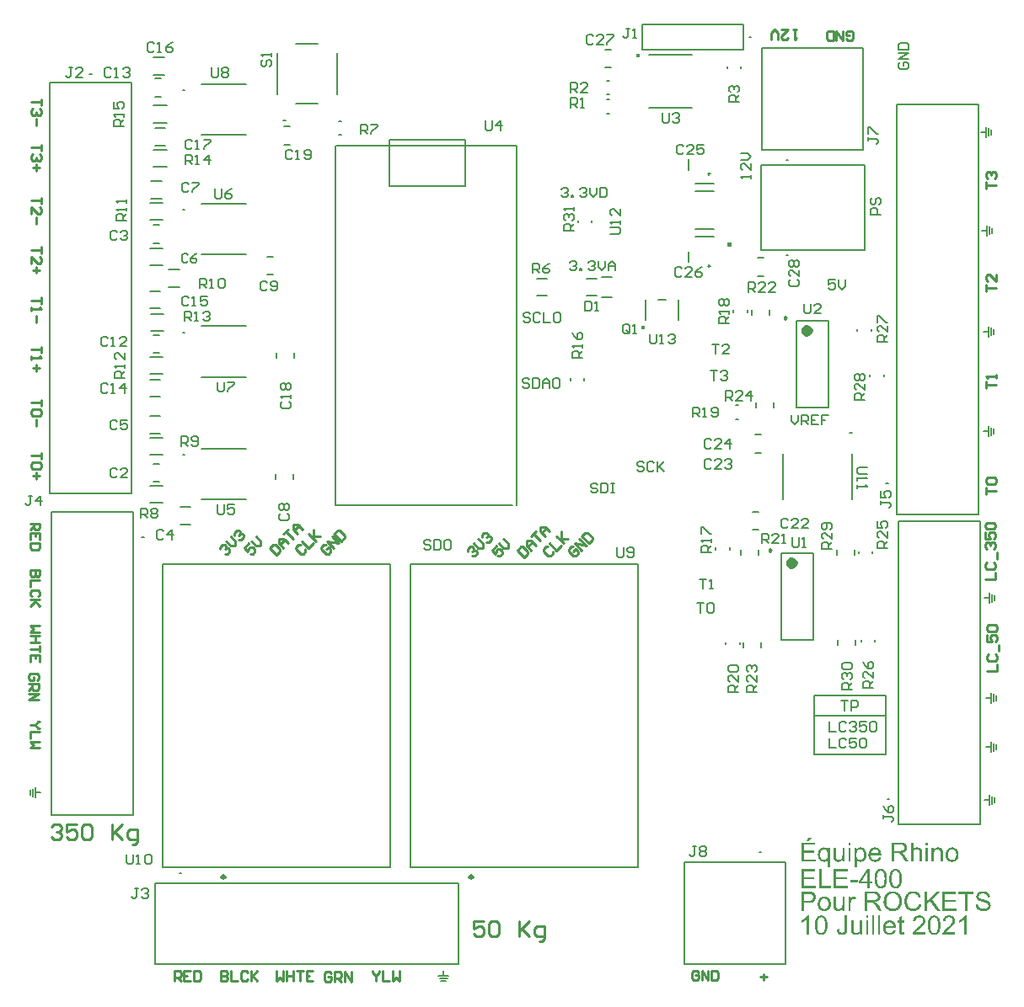
<source format=gto>
G04*
G04 #@! TF.GenerationSoftware,Altium Limited,Altium Designer,20.1.14 (287)*
G04*
G04 Layer_Color=65535*
%FSLAX25Y25*%
%MOIN*%
G70*
G04*
G04 #@! TF.SameCoordinates,4B9CFB74-A459-40F6-BE70-09C03D0B2D60*
G04*
G04*
G04 #@! TF.FilePolarity,Positive*
G04*
G01*
G75*
%ADD10C,0.00787*%
%ADD11C,0.02362*%
%ADD12C,0.00984*%
%ADD13C,0.01181*%
%ADD14C,0.00500*%
%ADD15C,0.00630*%
%ADD16C,0.00591*%
%ADD17C,0.00800*%
%ADD18C,0.00600*%
%ADD19C,0.01000*%
G36*
X338442Y35699D02*
X337513D01*
Y36759D01*
X338442D01*
Y35699D01*
D02*
G37*
G36*
X330113Y31600D02*
Y31589D01*
Y31556D01*
Y31512D01*
Y31447D01*
X330102Y31359D01*
Y31272D01*
X330081Y31064D01*
X330059Y30824D01*
X330015Y30572D01*
X329949Y30343D01*
X329873Y30124D01*
Y30113D01*
X329862Y30102D01*
X329829Y30037D01*
X329775Y29949D01*
X329698Y29829D01*
X329589Y29709D01*
X329468Y29578D01*
X329315Y29447D01*
X329141Y29337D01*
X329119Y29326D01*
X329053Y29294D01*
X328955Y29250D01*
X328813Y29206D01*
X328638Y29151D01*
X328441Y29108D01*
X328222Y29075D01*
X327982Y29064D01*
X327884D01*
X327818Y29075D01*
X327731Y29086D01*
X327643Y29097D01*
X327414Y29140D01*
X327173Y29206D01*
X326922Y29304D01*
X326791Y29370D01*
X326671Y29447D01*
X326561Y29534D01*
X326452Y29632D01*
X326441Y29643D01*
X326430Y29654D01*
X326408Y29698D01*
X326375Y29742D01*
X326332Y29796D01*
X326288Y29873D01*
X326244Y29960D01*
X326189Y30059D01*
X326146Y30168D01*
X326102Y30299D01*
X326058Y30430D01*
X326015Y30583D01*
X325993Y30747D01*
X325960Y30933D01*
X325949Y31119D01*
Y31326D01*
X326856Y31458D01*
Y31447D01*
Y31425D01*
Y31381D01*
X326867Y31315D01*
X326878Y31250D01*
Y31174D01*
X326911Y30988D01*
X326944Y30791D01*
X327009Y30594D01*
X327075Y30419D01*
X327119Y30343D01*
X327173Y30277D01*
X327184Y30266D01*
X327228Y30233D01*
X327293Y30179D01*
X327381Y30124D01*
X327501Y30059D01*
X327632Y30015D01*
X327796Y29971D01*
X327971Y29960D01*
X328037D01*
X328102Y29971D01*
X328201Y29982D01*
X328299Y30004D01*
X328408Y30026D01*
X328518Y30070D01*
X328627Y30124D01*
X328638Y30135D01*
X328671Y30157D01*
X328714Y30201D01*
X328780Y30244D01*
X328835Y30321D01*
X328900Y30397D01*
X328955Y30485D01*
X328998Y30594D01*
Y30605D01*
X329020Y30649D01*
X329031Y30725D01*
X329053Y30824D01*
X329075Y30955D01*
X329086Y31119D01*
X329108Y31315D01*
Y31545D01*
Y36759D01*
X330113D01*
Y31600D01*
D02*
G37*
G36*
X336059Y29195D02*
X335229D01*
Y29993D01*
X335218Y29982D01*
X335196Y29949D01*
X335163Y29906D01*
X335108Y29851D01*
X335043Y29785D01*
X334966Y29698D01*
X334879Y29621D01*
X334770Y29534D01*
X334649Y29447D01*
X334518Y29370D01*
X334376Y29294D01*
X334223Y29217D01*
X334048Y29162D01*
X333873Y29119D01*
X333677Y29086D01*
X333480Y29075D01*
X333403D01*
X333305Y29086D01*
X333185Y29097D01*
X333043Y29119D01*
X332890Y29151D01*
X332737Y29195D01*
X332573Y29261D01*
X332551Y29272D01*
X332507Y29294D01*
X332431Y29337D01*
X332343Y29392D01*
X332234Y29457D01*
X332136Y29534D01*
X332037Y29621D01*
X331950Y29720D01*
X331939Y29731D01*
X331917Y29774D01*
X331884Y29829D01*
X331840Y29917D01*
X331786Y30015D01*
X331742Y30135D01*
X331698Y30266D01*
X331665Y30408D01*
Y30419D01*
X331655Y30463D01*
X331644Y30529D01*
Y30616D01*
X331633Y30747D01*
X331622Y30889D01*
X331611Y31075D01*
Y31283D01*
Y34682D01*
X332540D01*
Y31633D01*
Y31622D01*
Y31600D01*
Y31567D01*
Y31512D01*
Y31392D01*
X332551Y31239D01*
Y31075D01*
X332562Y30911D01*
X332573Y30769D01*
X332594Y30649D01*
Y30638D01*
X332616Y30594D01*
X332638Y30529D01*
X332671Y30441D01*
X332726Y30354D01*
X332791Y30255D01*
X332868Y30168D01*
X332966Y30081D01*
X332977Y30070D01*
X333021Y30048D01*
X333075Y30015D01*
X333163Y29982D01*
X333261Y29938D01*
X333382Y29906D01*
X333513Y29884D01*
X333666Y29873D01*
X333742D01*
X333819Y29884D01*
X333917Y29895D01*
X334037Y29927D01*
X334168Y29960D01*
X334311Y30015D01*
X334453Y30081D01*
X334474Y30091D01*
X334518Y30124D01*
X334584Y30168D01*
X334660Y30233D01*
X334748Y30321D01*
X334835Y30419D01*
X334912Y30529D01*
X334977Y30660D01*
X334988Y30682D01*
X334999Y30725D01*
X335021Y30813D01*
X335054Y30933D01*
X335087Y31086D01*
X335108Y31272D01*
X335119Y31490D01*
X335130Y31742D01*
Y34682D01*
X336059D01*
Y29195D01*
D02*
G37*
G36*
X377200D02*
X376271D01*
Y35108D01*
X376260Y35097D01*
X376205Y35054D01*
X376140Y34988D01*
X376030Y34912D01*
X375910Y34813D01*
X375757Y34704D01*
X375582Y34584D01*
X375385Y34463D01*
X375375D01*
X375364Y34452D01*
X375298Y34409D01*
X375189Y34354D01*
X375058Y34288D01*
X374905Y34212D01*
X374741Y34135D01*
X374577Y34059D01*
X374413Y33993D01*
Y34890D01*
X374424D01*
X374446Y34912D01*
X374489Y34922D01*
X374544Y34955D01*
X374609Y34988D01*
X374686Y35032D01*
X374872Y35141D01*
X375090Y35261D01*
X375309Y35414D01*
X375538Y35589D01*
X375768Y35775D01*
X375779Y35786D01*
X375790Y35797D01*
X375823Y35830D01*
X375866Y35862D01*
X375965Y35972D01*
X376096Y36103D01*
X376227Y36256D01*
X376369Y36431D01*
X376489Y36606D01*
X376599Y36792D01*
X377200D01*
Y29195D01*
D02*
G37*
G36*
X370511Y36781D02*
X370598Y36770D01*
X370707Y36759D01*
X370828Y36737D01*
X370948Y36715D01*
X371232Y36639D01*
X371516Y36529D01*
X371658Y36464D01*
X371800Y36387D01*
X371932Y36289D01*
X372052Y36179D01*
X372063Y36169D01*
X372085Y36158D01*
X372107Y36114D01*
X372150Y36070D01*
X372205Y36015D01*
X372259Y35939D01*
X372314Y35862D01*
X372380Y35764D01*
X372489Y35556D01*
X372598Y35294D01*
X372642Y35163D01*
X372664Y35010D01*
X372686Y34857D01*
X372697Y34693D01*
Y34671D01*
Y34616D01*
X372686Y34529D01*
X372675Y34409D01*
X372653Y34278D01*
X372609Y34124D01*
X372566Y33961D01*
X372500Y33797D01*
X372489Y33775D01*
X372467Y33720D01*
X372423Y33633D01*
X372358Y33512D01*
X372270Y33381D01*
X372161Y33217D01*
X372030Y33053D01*
X371877Y32868D01*
X371855Y32846D01*
X371800Y32780D01*
X371746Y32726D01*
X371691Y32671D01*
X371626Y32605D01*
X371538Y32518D01*
X371451Y32430D01*
X371341Y32332D01*
X371232Y32223D01*
X371101Y32103D01*
X370959Y31982D01*
X370806Y31840D01*
X370631Y31698D01*
X370456Y31545D01*
X370445Y31534D01*
X370423Y31512D01*
X370379Y31479D01*
X370325Y31436D01*
X370259Y31370D01*
X370183Y31305D01*
X370008Y31163D01*
X369822Y30999D01*
X369647Y30835D01*
X369494Y30692D01*
X369429Y30638D01*
X369374Y30583D01*
X369363Y30572D01*
X369330Y30540D01*
X369286Y30496D01*
X369232Y30430D01*
X369177Y30354D01*
X369112Y30277D01*
X368981Y30091D01*
X372708D01*
Y29195D01*
X367691D01*
Y29206D01*
Y29250D01*
Y29315D01*
X367702Y29403D01*
X367713Y29501D01*
X367735Y29610D01*
X367756Y29720D01*
X367800Y29840D01*
Y29851D01*
X367811Y29862D01*
X367833Y29927D01*
X367877Y30026D01*
X367942Y30157D01*
X368030Y30310D01*
X368139Y30485D01*
X368259Y30660D01*
X368412Y30845D01*
Y30856D01*
X368434Y30867D01*
X368489Y30933D01*
X368587Y31031D01*
X368729Y31174D01*
X368893Y31337D01*
X369101Y31534D01*
X369352Y31753D01*
X369625Y31982D01*
X369636Y31993D01*
X369680Y32026D01*
X369746Y32081D01*
X369822Y32146D01*
X369920Y32234D01*
X370041Y32332D01*
X370161Y32441D01*
X370303Y32562D01*
X370576Y32824D01*
X370849Y33086D01*
X370981Y33217D01*
X371101Y33349D01*
X371210Y33469D01*
X371298Y33589D01*
Y33600D01*
X371320Y33611D01*
X371341Y33644D01*
X371363Y33687D01*
X371440Y33808D01*
X371527Y33950D01*
X371604Y34124D01*
X371680Y34310D01*
X371724Y34518D01*
X371746Y34715D01*
Y34726D01*
Y34737D01*
X371735Y34802D01*
X371724Y34912D01*
X371691Y35032D01*
X371647Y35185D01*
X371571Y35338D01*
X371473Y35491D01*
X371341Y35644D01*
X371320Y35666D01*
X371265Y35709D01*
X371188Y35764D01*
X371068Y35841D01*
X370915Y35906D01*
X370740Y35972D01*
X370532Y36015D01*
X370303Y36026D01*
X370237D01*
X370194Y36015D01*
X370063Y36004D01*
X369910Y35972D01*
X369746Y35928D01*
X369560Y35851D01*
X369385Y35753D01*
X369221Y35622D01*
X369199Y35600D01*
X369155Y35545D01*
X369090Y35458D01*
X369024Y35327D01*
X368948Y35174D01*
X368882Y34977D01*
X368838Y34758D01*
X368816Y34507D01*
X367866Y34606D01*
Y34616D01*
X367877Y34649D01*
Y34704D01*
X367887Y34780D01*
X367909Y34868D01*
X367931Y34966D01*
X367964Y35086D01*
X367997Y35207D01*
X368084Y35469D01*
X368215Y35731D01*
X368292Y35862D01*
X368390Y35994D01*
X368489Y36114D01*
X368598Y36223D01*
X368609Y36234D01*
X368631Y36245D01*
X368664Y36278D01*
X368718Y36311D01*
X368784Y36354D01*
X368860Y36398D01*
X368948Y36453D01*
X369057Y36507D01*
X369177Y36562D01*
X369308Y36617D01*
X369450Y36660D01*
X369603Y36704D01*
X369767Y36737D01*
X369942Y36770D01*
X370128Y36781D01*
X370325Y36792D01*
X370434D01*
X370511Y36781D01*
D02*
G37*
G36*
X358750D02*
X358837Y36770D01*
X358947Y36759D01*
X359067Y36737D01*
X359187Y36715D01*
X359471Y36639D01*
X359756Y36529D01*
X359898Y36464D01*
X360040Y36387D01*
X360171Y36289D01*
X360291Y36179D01*
X360302Y36169D01*
X360324Y36158D01*
X360346Y36114D01*
X360389Y36070D01*
X360444Y36015D01*
X360499Y35939D01*
X360554Y35862D01*
X360619Y35764D01*
X360728Y35556D01*
X360838Y35294D01*
X360881Y35163D01*
X360903Y35010D01*
X360925Y34857D01*
X360936Y34693D01*
Y34671D01*
Y34616D01*
X360925Y34529D01*
X360914Y34409D01*
X360892Y34278D01*
X360849Y34124D01*
X360805Y33961D01*
X360739Y33797D01*
X360728Y33775D01*
X360706Y33720D01*
X360663Y33633D01*
X360597Y33512D01*
X360510Y33381D01*
X360400Y33217D01*
X360269Y33053D01*
X360116Y32868D01*
X360094Y32846D01*
X360040Y32780D01*
X359985Y32726D01*
X359930Y32671D01*
X359865Y32605D01*
X359777Y32518D01*
X359690Y32430D01*
X359581Y32332D01*
X359471Y32223D01*
X359340Y32103D01*
X359198Y31982D01*
X359045Y31840D01*
X358870Y31698D01*
X358695Y31545D01*
X358684Y31534D01*
X358663Y31512D01*
X358619Y31479D01*
X358564Y31436D01*
X358499Y31370D01*
X358422Y31305D01*
X358247Y31163D01*
X358061Y30999D01*
X357887Y30835D01*
X357733Y30692D01*
X357668Y30638D01*
X357613Y30583D01*
X357602Y30572D01*
X357570Y30540D01*
X357526Y30496D01*
X357471Y30430D01*
X357417Y30354D01*
X357351Y30277D01*
X357220Y30091D01*
X360947D01*
Y29195D01*
X355930D01*
Y29206D01*
Y29250D01*
Y29315D01*
X355941Y29403D01*
X355952Y29501D01*
X355974Y29610D01*
X355996Y29720D01*
X356039Y29840D01*
Y29851D01*
X356050Y29862D01*
X356072Y29927D01*
X356116Y30026D01*
X356182Y30157D01*
X356269Y30310D01*
X356378Y30485D01*
X356498Y30660D01*
X356651Y30845D01*
Y30856D01*
X356673Y30867D01*
X356728Y30933D01*
X356826Y31031D01*
X356968Y31174D01*
X357132Y31337D01*
X357340Y31534D01*
X357591Y31753D01*
X357865Y31982D01*
X357876Y31993D01*
X357919Y32026D01*
X357985Y32081D01*
X358061Y32146D01*
X358160Y32234D01*
X358280Y32332D01*
X358400Y32441D01*
X358542Y32562D01*
X358816Y32824D01*
X359089Y33086D01*
X359220Y33217D01*
X359340Y33349D01*
X359450Y33469D01*
X359537Y33589D01*
Y33600D01*
X359559Y33611D01*
X359581Y33644D01*
X359603Y33687D01*
X359679Y33808D01*
X359767Y33950D01*
X359843Y34124D01*
X359920Y34310D01*
X359963Y34518D01*
X359985Y34715D01*
Y34726D01*
Y34737D01*
X359974Y34802D01*
X359963Y34912D01*
X359930Y35032D01*
X359887Y35185D01*
X359810Y35338D01*
X359712Y35491D01*
X359581Y35644D01*
X359559Y35666D01*
X359504Y35709D01*
X359428Y35764D01*
X359307Y35841D01*
X359154Y35906D01*
X358980Y35972D01*
X358772Y36015D01*
X358542Y36026D01*
X358477D01*
X358433Y36015D01*
X358302Y36004D01*
X358149Y35972D01*
X357985Y35928D01*
X357799Y35851D01*
X357624Y35753D01*
X357460Y35622D01*
X357438Y35600D01*
X357395Y35545D01*
X357329Y35458D01*
X357263Y35327D01*
X357187Y35174D01*
X357121Y34977D01*
X357078Y34758D01*
X357056Y34507D01*
X356105Y34606D01*
Y34616D01*
X356116Y34649D01*
Y34704D01*
X356127Y34780D01*
X356149Y34868D01*
X356171Y34966D01*
X356203Y35086D01*
X356236Y35207D01*
X356324Y35469D01*
X356455Y35731D01*
X356531Y35862D01*
X356630Y35994D01*
X356728Y36114D01*
X356837Y36223D01*
X356848Y36234D01*
X356870Y36245D01*
X356903Y36278D01*
X356958Y36311D01*
X357023Y36354D01*
X357100Y36398D01*
X357187Y36453D01*
X357296Y36507D01*
X357417Y36562D01*
X357548Y36617D01*
X357690Y36660D01*
X357843Y36704D01*
X358007Y36737D01*
X358182Y36770D01*
X358367Y36781D01*
X358564Y36792D01*
X358674D01*
X358750Y36781D01*
D02*
G37*
G36*
X343120Y29195D02*
X342191D01*
Y36759D01*
X343120D01*
Y29195D01*
D02*
G37*
G36*
X340770D02*
X339841D01*
Y36759D01*
X340770D01*
Y29195D01*
D02*
G37*
G36*
X338442D02*
X337513D01*
Y34682D01*
X338442D01*
Y29195D01*
D02*
G37*
G36*
X314877D02*
X313948D01*
Y35108D01*
X313937Y35097D01*
X313882Y35054D01*
X313817Y34988D01*
X313707Y34912D01*
X313587Y34813D01*
X313434Y34704D01*
X313259Y34584D01*
X313063Y34463D01*
X313052D01*
X313041Y34452D01*
X312975Y34409D01*
X312866Y34354D01*
X312735Y34288D01*
X312582Y34212D01*
X312418Y34135D01*
X312254Y34059D01*
X312090Y33993D01*
Y34890D01*
X312101D01*
X312123Y34912D01*
X312166Y34922D01*
X312221Y34955D01*
X312287Y34988D01*
X312363Y35032D01*
X312549Y35141D01*
X312768Y35261D01*
X312986Y35414D01*
X313216Y35589D01*
X313445Y35775D01*
X313456Y35786D01*
X313467Y35797D01*
X313500Y35830D01*
X313544Y35862D01*
X313642Y35972D01*
X313773Y36103D01*
X313904Y36256D01*
X314046Y36431D01*
X314166Y36606D01*
X314276Y36792D01*
X314877D01*
Y29195D01*
D02*
G37*
G36*
X351525Y34682D02*
X352465D01*
Y33961D01*
X351525D01*
Y30736D01*
Y30714D01*
Y30671D01*
Y30605D01*
X351536Y30529D01*
X351547Y30354D01*
X351558Y30277D01*
X351569Y30222D01*
X351580Y30201D01*
X351613Y30157D01*
X351656Y30102D01*
X351733Y30048D01*
X351755Y30037D01*
X351810Y30015D01*
X351908Y29993D01*
X352050Y29982D01*
X352159D01*
X352214Y29993D01*
X352290D01*
X352378Y30004D01*
X352465Y30015D01*
X352586Y29195D01*
X352564D01*
X352520Y29184D01*
X352443Y29173D01*
X352345Y29162D01*
X352236Y29140D01*
X352116Y29129D01*
X351875Y29119D01*
X351788D01*
X351700Y29129D01*
X351591Y29140D01*
X351460Y29151D01*
X351328Y29184D01*
X351208Y29217D01*
X351088Y29272D01*
X351077Y29283D01*
X351044Y29304D01*
X351001Y29337D01*
X350935Y29392D01*
X350880Y29447D01*
X350815Y29523D01*
X350749Y29599D01*
X350706Y29698D01*
Y29709D01*
X350684Y29753D01*
X350673Y29829D01*
X350651Y29938D01*
X350629Y30081D01*
X350618Y30168D01*
Y30266D01*
X350607Y30386D01*
X350596Y30507D01*
Y30638D01*
Y30791D01*
Y33961D01*
X349908D01*
Y34682D01*
X350596D01*
Y36037D01*
X351525Y36595D01*
Y34682D01*
D02*
G37*
G36*
X346989Y34791D02*
X347077Y34780D01*
X347186Y34758D01*
X347306Y34737D01*
X347448Y34704D01*
X347580Y34671D01*
X347733Y34616D01*
X347875Y34562D01*
X348028Y34485D01*
X348181Y34398D01*
X348334Y34299D01*
X348476Y34179D01*
X348607Y34048D01*
X348618Y34037D01*
X348640Y34015D01*
X348673Y33972D01*
X348716Y33906D01*
X348771Y33829D01*
X348826Y33742D01*
X348891Y33633D01*
X348957Y33501D01*
X349022Y33359D01*
X349088Y33206D01*
X349143Y33031D01*
X349197Y32846D01*
X349241Y32638D01*
X349274Y32419D01*
X349296Y32190D01*
X349307Y31938D01*
Y31928D01*
Y31884D01*
Y31807D01*
X349296Y31698D01*
X345197D01*
Y31687D01*
Y31654D01*
X345208Y31611D01*
Y31545D01*
X345219Y31469D01*
X345240Y31381D01*
X345273Y31184D01*
X345339Y30966D01*
X345426Y30725D01*
X345547Y30507D01*
X345700Y30310D01*
X345710D01*
X345722Y30288D01*
X345787Y30233D01*
X345885Y30157D01*
X346017Y30081D01*
X346191Y29993D01*
X346388Y29917D01*
X346607Y29862D01*
X346727Y29851D01*
X346858Y29840D01*
X346946D01*
X347044Y29851D01*
X347164Y29873D01*
X347295Y29906D01*
X347448Y29949D01*
X347590Y30015D01*
X347733Y30102D01*
X347744Y30113D01*
X347798Y30157D01*
X347864Y30222D01*
X347940Y30310D01*
X348028Y30430D01*
X348126Y30583D01*
X348224Y30758D01*
X348312Y30966D01*
X349274Y30845D01*
Y30835D01*
X349263Y30813D01*
X349252Y30769D01*
X349230Y30703D01*
X349197Y30638D01*
X349164Y30550D01*
X349077Y30365D01*
X348968Y30157D01*
X348815Y29938D01*
X348640Y29731D01*
X348421Y29534D01*
X348410D01*
X348388Y29512D01*
X348356Y29490D01*
X348312Y29457D01*
X348246Y29425D01*
X348181Y29392D01*
X348093Y29348D01*
X347995Y29304D01*
X347886Y29261D01*
X347776Y29217D01*
X347503Y29151D01*
X347197Y29097D01*
X346858Y29075D01*
X346738D01*
X346661Y29086D01*
X346563Y29097D01*
X346443Y29119D01*
X346312Y29140D01*
X346170Y29162D01*
X345864Y29250D01*
X345700Y29315D01*
X345547Y29381D01*
X345383Y29468D01*
X345230Y29567D01*
X345088Y29676D01*
X344945Y29807D01*
X344935Y29818D01*
X344913Y29840D01*
X344880Y29884D01*
X344836Y29949D01*
X344781Y30026D01*
X344727Y30113D01*
X344661Y30222D01*
X344596Y30343D01*
X344530Y30485D01*
X344464Y30638D01*
X344410Y30813D01*
X344355Y30999D01*
X344311Y31195D01*
X344279Y31414D01*
X344257Y31643D01*
X344246Y31884D01*
Y31895D01*
Y31949D01*
Y32015D01*
X344257Y32113D01*
X344268Y32234D01*
X344279Y32365D01*
X344301Y32518D01*
X344333Y32671D01*
X344421Y33021D01*
X344475Y33195D01*
X344541Y33381D01*
X344629Y33556D01*
X344727Y33720D01*
X344836Y33884D01*
X344956Y34037D01*
X344967Y34048D01*
X344989Y34070D01*
X345033Y34103D01*
X345088Y34157D01*
X345153Y34212D01*
X345240Y34278D01*
X345339Y34354D01*
X345459Y34420D01*
X345579Y34496D01*
X345722Y34562D01*
X345875Y34627D01*
X346038Y34682D01*
X346213Y34737D01*
X346399Y34769D01*
X346596Y34791D01*
X346803Y34802D01*
X346913D01*
X346989Y34791D01*
D02*
G37*
G36*
X364630Y36781D02*
X364772Y36759D01*
X364936Y36726D01*
X365111Y36682D01*
X365297Y36628D01*
X365472Y36540D01*
X365483D01*
X365494Y36529D01*
X365548Y36496D01*
X365636Y36442D01*
X365745Y36365D01*
X365865Y36256D01*
X365997Y36136D01*
X366117Y35994D01*
X366237Y35830D01*
X366248Y35808D01*
X366292Y35753D01*
X366335Y35655D01*
X366412Y35513D01*
X366477Y35349D01*
X366565Y35163D01*
X366641Y34944D01*
X366707Y34704D01*
Y34693D01*
X366718Y34671D01*
X366729Y34638D01*
X366740Y34584D01*
X366751Y34518D01*
X366762Y34442D01*
X366784Y34343D01*
X366794Y34234D01*
X366816Y34114D01*
X366827Y33983D01*
X366838Y33829D01*
X366860Y33676D01*
X366871Y33501D01*
Y33327D01*
X366882Y33130D01*
Y32922D01*
Y32911D01*
Y32868D01*
Y32791D01*
Y32704D01*
X366871Y32583D01*
Y32452D01*
X366860Y32310D01*
X366849Y32157D01*
X366816Y31807D01*
X366762Y31447D01*
X366696Y31097D01*
X366652Y30933D01*
X366598Y30769D01*
Y30758D01*
X366587Y30736D01*
X366565Y30692D01*
X366543Y30638D01*
X366521Y30561D01*
X366477Y30485D01*
X366390Y30299D01*
X366281Y30102D01*
X366139Y29884D01*
X365975Y29687D01*
X365778Y29501D01*
X365767D01*
X365756Y29479D01*
X365723Y29457D01*
X365680Y29436D01*
X365625Y29403D01*
X365570Y29359D01*
X365406Y29283D01*
X365210Y29206D01*
X364980Y29129D01*
X364707Y29086D01*
X364412Y29064D01*
X364302D01*
X364226Y29075D01*
X364139Y29086D01*
X364029Y29108D01*
X363909Y29129D01*
X363778Y29162D01*
X363647Y29206D01*
X363505Y29250D01*
X363363Y29315D01*
X363220Y29392D01*
X363078Y29479D01*
X362936Y29589D01*
X362805Y29709D01*
X362685Y29840D01*
X362674Y29851D01*
X362652Y29884D01*
X362619Y29938D01*
X362565Y30026D01*
X362510Y30124D01*
X362455Y30255D01*
X362379Y30408D01*
X362313Y30583D01*
X362248Y30780D01*
X362182Y31010D01*
X362116Y31261D01*
X362062Y31545D01*
X362007Y31851D01*
X361974Y32179D01*
X361952Y32540D01*
X361942Y32922D01*
Y32933D01*
Y32977D01*
Y33053D01*
Y33141D01*
X361952Y33261D01*
Y33392D01*
X361963Y33534D01*
X361974Y33698D01*
X362007Y34037D01*
X362062Y34398D01*
X362127Y34758D01*
X362171Y34922D01*
X362215Y35086D01*
Y35097D01*
X362226Y35119D01*
X362248Y35163D01*
X362269Y35217D01*
X362291Y35294D01*
X362335Y35371D01*
X362422Y35556D01*
X362532Y35753D01*
X362674Y35961D01*
X362838Y36169D01*
X363035Y36343D01*
X363046D01*
X363056Y36365D01*
X363089Y36387D01*
X363133Y36409D01*
X363188Y36453D01*
X363253Y36485D01*
X363417Y36573D01*
X363614Y36649D01*
X363843Y36726D01*
X364117Y36770D01*
X364412Y36792D01*
X364510D01*
X364630Y36781D01*
D02*
G37*
G36*
X319949D02*
X320091Y36759D01*
X320255Y36726D01*
X320429Y36682D01*
X320615Y36628D01*
X320790Y36540D01*
X320801D01*
X320812Y36529D01*
X320867Y36496D01*
X320954Y36442D01*
X321063Y36365D01*
X321184Y36256D01*
X321315Y36136D01*
X321435Y35994D01*
X321555Y35830D01*
X321566Y35808D01*
X321610Y35753D01*
X321654Y35655D01*
X321730Y35513D01*
X321796Y35349D01*
X321883Y35163D01*
X321960Y34944D01*
X322025Y34704D01*
Y34693D01*
X322036Y34671D01*
X322047Y34638D01*
X322058Y34584D01*
X322069Y34518D01*
X322080Y34442D01*
X322102Y34343D01*
X322113Y34234D01*
X322134Y34114D01*
X322145Y33983D01*
X322156Y33829D01*
X322178Y33676D01*
X322189Y33501D01*
Y33327D01*
X322200Y33130D01*
Y32922D01*
Y32911D01*
Y32868D01*
Y32791D01*
Y32704D01*
X322189Y32583D01*
Y32452D01*
X322178Y32310D01*
X322167Y32157D01*
X322134Y31807D01*
X322080Y31447D01*
X322014Y31097D01*
X321971Y30933D01*
X321916Y30769D01*
Y30758D01*
X321905Y30736D01*
X321883Y30692D01*
X321861Y30638D01*
X321839Y30561D01*
X321796Y30485D01*
X321708Y30299D01*
X321599Y30102D01*
X321457Y29884D01*
X321293Y29687D01*
X321096Y29501D01*
X321085D01*
X321074Y29479D01*
X321041Y29457D01*
X320998Y29436D01*
X320943Y29403D01*
X320888Y29359D01*
X320725Y29283D01*
X320528Y29206D01*
X320298Y29129D01*
X320025Y29086D01*
X319730Y29064D01*
X319621D01*
X319544Y29075D01*
X319457Y29086D01*
X319347Y29108D01*
X319227Y29129D01*
X319096Y29162D01*
X318965Y29206D01*
X318823Y29250D01*
X318681Y29315D01*
X318538Y29392D01*
X318396Y29479D01*
X318254Y29589D01*
X318123Y29709D01*
X318003Y29840D01*
X317992Y29851D01*
X317970Y29884D01*
X317937Y29938D01*
X317883Y30026D01*
X317828Y30124D01*
X317773Y30255D01*
X317697Y30408D01*
X317631Y30583D01*
X317566Y30780D01*
X317500Y31010D01*
X317435Y31261D01*
X317380Y31545D01*
X317325Y31851D01*
X317292Y32179D01*
X317271Y32540D01*
X317260Y32922D01*
Y32933D01*
Y32977D01*
Y33053D01*
Y33141D01*
X317271Y33261D01*
Y33392D01*
X317282Y33534D01*
X317292Y33698D01*
X317325Y34037D01*
X317380Y34398D01*
X317445Y34758D01*
X317489Y34922D01*
X317533Y35086D01*
Y35097D01*
X317544Y35119D01*
X317566Y35163D01*
X317588Y35217D01*
X317610Y35294D01*
X317653Y35371D01*
X317741Y35556D01*
X317850Y35753D01*
X317992Y35961D01*
X318156Y36169D01*
X318353Y36343D01*
X318364D01*
X318375Y36365D01*
X318407Y36387D01*
X318451Y36409D01*
X318506Y36453D01*
X318571Y36485D01*
X318735Y36573D01*
X318932Y36649D01*
X319162Y36726D01*
X319435Y36770D01*
X319730Y36792D01*
X319828D01*
X319949Y36781D01*
D02*
G37*
G36*
X383970Y46315D02*
X384046D01*
X384254Y46293D01*
X384483Y46260D01*
X384724Y46206D01*
X384986Y46140D01*
X385226Y46053D01*
X385238D01*
X385259Y46042D01*
X385292Y46020D01*
X385336Y45998D01*
X385445Y45943D01*
X385587Y45845D01*
X385751Y45736D01*
X385915Y45594D01*
X386068Y45430D01*
X386210Y45244D01*
Y45233D01*
X386221Y45222D01*
X386243Y45189D01*
X386265Y45156D01*
X386319Y45047D01*
X386385Y44905D01*
X386462Y44730D01*
X386516Y44522D01*
X386571Y44304D01*
X386593Y44063D01*
X385631Y43987D01*
Y43998D01*
Y44020D01*
X385620Y44052D01*
X385609Y44107D01*
X385576Y44227D01*
X385533Y44391D01*
X385467Y44566D01*
X385369Y44741D01*
X385248Y44905D01*
X385095Y45058D01*
X385073Y45069D01*
X385019Y45113D01*
X384910Y45178D01*
X384768Y45244D01*
X384582Y45309D01*
X384363Y45375D01*
X384090Y45419D01*
X383784Y45430D01*
X383631D01*
X383565Y45419D01*
X383478Y45408D01*
X383281Y45386D01*
X383062Y45342D01*
X382844Y45287D01*
X382636Y45200D01*
X382549Y45145D01*
X382461Y45091D01*
X382439Y45080D01*
X382396Y45036D01*
X382330Y44960D01*
X382264Y44872D01*
X382188Y44752D01*
X382122Y44621D01*
X382079Y44468D01*
X382057Y44293D01*
Y44271D01*
Y44227D01*
X382068Y44151D01*
X382090Y44063D01*
X382122Y43954D01*
X382177Y43845D01*
X382243Y43736D01*
X382341Y43626D01*
X382352Y43615D01*
X382407Y43582D01*
X382450Y43550D01*
X382494Y43528D01*
X382560Y43495D01*
X382636Y43451D01*
X382734Y43418D01*
X382844Y43375D01*
X382964Y43331D01*
X383106Y43276D01*
X383259Y43233D01*
X383434Y43178D01*
X383631Y43134D01*
X383849Y43080D01*
X383860D01*
X383904Y43069D01*
X383970Y43058D01*
X384046Y43036D01*
X384144Y43014D01*
X384265Y42981D01*
X384385Y42948D01*
X384516Y42916D01*
X384800Y42839D01*
X385073Y42763D01*
X385205Y42719D01*
X385325Y42675D01*
X385434Y42643D01*
X385522Y42599D01*
X385533D01*
X385554Y42588D01*
X385587Y42566D01*
X385631Y42544D01*
X385751Y42478D01*
X385893Y42391D01*
X386057Y42271D01*
X386221Y42140D01*
X386374Y41987D01*
X386505Y41823D01*
X386516Y41801D01*
X386560Y41746D01*
X386604Y41648D01*
X386669Y41517D01*
X386724Y41364D01*
X386779Y41178D01*
X386811Y40970D01*
X386822Y40752D01*
Y40741D01*
Y40730D01*
Y40697D01*
Y40653D01*
X386801Y40533D01*
X386779Y40380D01*
X386735Y40205D01*
X386680Y40019D01*
X386593Y39823D01*
X386473Y39615D01*
Y39604D01*
X386462Y39593D01*
X386407Y39527D01*
X386331Y39429D01*
X386221Y39320D01*
X386079Y39189D01*
X385904Y39046D01*
X385707Y38915D01*
X385478Y38795D01*
X385467D01*
X385445Y38784D01*
X385412Y38773D01*
X385369Y38751D01*
X385303Y38730D01*
X385226Y38697D01*
X385052Y38653D01*
X384844Y38598D01*
X384593Y38544D01*
X384319Y38511D01*
X384024Y38500D01*
X383849D01*
X383762Y38511D01*
X383664D01*
X383554Y38522D01*
X383423Y38533D01*
X383150Y38576D01*
X382866Y38620D01*
X382581Y38697D01*
X382308Y38795D01*
X382297D01*
X382275Y38806D01*
X382243Y38828D01*
X382199Y38850D01*
X382068Y38915D01*
X381915Y39014D01*
X381740Y39145D01*
X381554Y39298D01*
X381379Y39484D01*
X381215Y39691D01*
Y39702D01*
X381193Y39724D01*
X381182Y39757D01*
X381150Y39801D01*
X381128Y39855D01*
X381095Y39921D01*
X381018Y40085D01*
X380942Y40293D01*
X380876Y40522D01*
X380833Y40784D01*
X380811Y41058D01*
X381751Y41145D01*
Y41134D01*
Y41123D01*
X381762Y41090D01*
Y41047D01*
X381784Y40948D01*
X381816Y40806D01*
X381860Y40664D01*
X381904Y40500D01*
X381980Y40347D01*
X382057Y40205D01*
X382068Y40194D01*
X382101Y40150D01*
X382155Y40074D01*
X382243Y39997D01*
X382352Y39899D01*
X382472Y39801D01*
X382636Y39702D01*
X382811Y39615D01*
X382822D01*
X382833Y39604D01*
X382866Y39593D01*
X382898Y39582D01*
X383008Y39549D01*
X383150Y39506D01*
X383325Y39462D01*
X383522Y39429D01*
X383740Y39407D01*
X383980Y39396D01*
X384079D01*
X384188Y39407D01*
X384319Y39418D01*
X384472Y39440D01*
X384647Y39462D01*
X384822Y39506D01*
X384986Y39560D01*
X385008Y39571D01*
X385063Y39593D01*
X385139Y39637D01*
X385238Y39680D01*
X385336Y39757D01*
X385445Y39834D01*
X385554Y39921D01*
X385642Y40030D01*
X385653Y40041D01*
X385675Y40085D01*
X385707Y40139D01*
X385751Y40227D01*
X385795Y40314D01*
X385828Y40424D01*
X385849Y40544D01*
X385860Y40675D01*
Y40686D01*
Y40741D01*
X385849Y40806D01*
X385839Y40894D01*
X385806Y40981D01*
X385773Y41090D01*
X385718Y41200D01*
X385642Y41298D01*
X385631Y41309D01*
X385598Y41342D01*
X385554Y41385D01*
X385478Y41451D01*
X385390Y41517D01*
X385270Y41593D01*
X385128Y41670D01*
X384964Y41735D01*
X384953Y41746D01*
X384899Y41757D01*
X384811Y41790D01*
X384757Y41801D01*
X384680Y41823D01*
X384604Y41855D01*
X384505Y41877D01*
X384396Y41910D01*
X384265Y41943D01*
X384134Y41976D01*
X383980Y42020D01*
X383806Y42063D01*
X383620Y42107D01*
X383609D01*
X383576Y42118D01*
X383522Y42129D01*
X383456Y42151D01*
X383368Y42173D01*
X383270Y42194D01*
X383051Y42260D01*
X382811Y42336D01*
X382560Y42413D01*
X382341Y42489D01*
X382243Y42533D01*
X382155Y42577D01*
X382144D01*
X382133Y42588D01*
X382068Y42632D01*
X381969Y42686D01*
X381860Y42774D01*
X381729Y42872D01*
X381598Y42992D01*
X381467Y43134D01*
X381357Y43287D01*
X381346Y43309D01*
X381314Y43364D01*
X381270Y43451D01*
X381226Y43561D01*
X381182Y43703D01*
X381139Y43867D01*
X381106Y44041D01*
X381095Y44227D01*
Y44238D01*
Y44249D01*
Y44282D01*
Y44326D01*
X381117Y44435D01*
X381139Y44577D01*
X381171Y44741D01*
X381226Y44927D01*
X381303Y45113D01*
X381412Y45298D01*
Y45309D01*
X381423Y45320D01*
X381478Y45386D01*
X381554Y45473D01*
X381652Y45583D01*
X381784Y45703D01*
X381947Y45834D01*
X382144Y45954D01*
X382363Y46064D01*
X382374D01*
X382396Y46075D01*
X382429Y46085D01*
X382472Y46107D01*
X382527Y46129D01*
X382603Y46151D01*
X382767Y46195D01*
X382975Y46238D01*
X383215Y46282D01*
X383467Y46315D01*
X383751Y46326D01*
X383893D01*
X383970Y46315D01*
D02*
G37*
G36*
X356415D02*
X356513Y46304D01*
X356634Y46293D01*
X356754Y46282D01*
X356896Y46249D01*
X357191Y46184D01*
X357519Y46085D01*
X357683Y46020D01*
X357836Y45943D01*
X357989Y45845D01*
X358142Y45747D01*
X358153Y45736D01*
X358175Y45725D01*
X358219Y45692D01*
X358273Y45637D01*
X358328Y45583D01*
X358404Y45506D01*
X358481Y45419D01*
X358568Y45331D01*
X358656Y45222D01*
X358743Y45091D01*
X358841Y44960D01*
X358929Y44818D01*
X359005Y44654D01*
X359093Y44490D01*
X359158Y44315D01*
X359224Y44118D01*
X358240Y43889D01*
Y43899D01*
X358229Y43921D01*
X358208Y43965D01*
X358186Y44020D01*
X358164Y44085D01*
X358131Y44173D01*
X358044Y44348D01*
X357934Y44544D01*
X357803Y44741D01*
X357639Y44927D01*
X357464Y45091D01*
X357442Y45113D01*
X357377Y45156D01*
X357268Y45211D01*
X357125Y45287D01*
X356940Y45353D01*
X356732Y45419D01*
X356481Y45462D01*
X356207Y45473D01*
X356120D01*
X356065Y45462D01*
X355989D01*
X355901Y45452D01*
X355694Y45419D01*
X355464Y45375D01*
X355224Y45298D01*
X354972Y45189D01*
X354743Y45047D01*
X354732D01*
X354721Y45025D01*
X354644Y44971D01*
X354546Y44883D01*
X354426Y44752D01*
X354284Y44588D01*
X354153Y44402D01*
X354032Y44173D01*
X353923Y43921D01*
Y43910D01*
X353912Y43889D01*
X353901Y43856D01*
X353890Y43801D01*
X353868Y43736D01*
X353847Y43659D01*
X353814Y43473D01*
X353770Y43255D01*
X353726Y43014D01*
X353704Y42752D01*
X353694Y42468D01*
Y42457D01*
Y42424D01*
Y42369D01*
Y42304D01*
X353704Y42227D01*
Y42129D01*
X353715Y42020D01*
X353726Y41899D01*
X353759Y41637D01*
X353814Y41353D01*
X353879Y41069D01*
X353967Y40784D01*
Y40773D01*
X353978Y40752D01*
X353999Y40719D01*
X354021Y40664D01*
X354087Y40533D01*
X354185Y40380D01*
X354306Y40205D01*
X354459Y40019D01*
X354633Y39855D01*
X354841Y39702D01*
X354852D01*
X354874Y39691D01*
X354907Y39669D01*
X354950Y39648D01*
X355005Y39626D01*
X355071Y39593D01*
X355224Y39527D01*
X355420Y39462D01*
X355639Y39407D01*
X355879Y39364D01*
X356131Y39353D01*
X356207D01*
X356273Y39364D01*
X356349D01*
X356426Y39374D01*
X356623Y39418D01*
X356852Y39473D01*
X357082Y39560D01*
X357322Y39680D01*
X357442Y39746D01*
X357552Y39834D01*
X357563Y39844D01*
X357574Y39855D01*
X357606Y39888D01*
X357650Y39921D01*
X357694Y39976D01*
X357749Y40041D01*
X357814Y40107D01*
X357869Y40194D01*
X357934Y40293D01*
X358011Y40402D01*
X358076Y40511D01*
X358142Y40642D01*
X358197Y40784D01*
X358251Y40937D01*
X358306Y41101D01*
X358350Y41276D01*
X359355Y41025D01*
Y41014D01*
X359344Y40970D01*
X359322Y40905D01*
X359290Y40817D01*
X359257Y40719D01*
X359213Y40599D01*
X359158Y40467D01*
X359093Y40325D01*
X358940Y40019D01*
X358743Y39713D01*
X358623Y39560D01*
X358503Y39407D01*
X358371Y39276D01*
X358219Y39145D01*
X358208Y39134D01*
X358186Y39112D01*
X358131Y39090D01*
X358076Y39046D01*
X357989Y38992D01*
X357902Y38937D01*
X357781Y38882D01*
X357661Y38828D01*
X357519Y38762D01*
X357366Y38708D01*
X357202Y38653D01*
X357027Y38598D01*
X356841Y38555D01*
X356645Y38533D01*
X356437Y38511D01*
X356218Y38500D01*
X356098D01*
X356011Y38511D01*
X355912D01*
X355792Y38522D01*
X355661Y38544D01*
X355508Y38566D01*
X355191Y38620D01*
X354863Y38708D01*
X354535Y38828D01*
X354382Y38904D01*
X354229Y38992D01*
X354218Y39003D01*
X354196Y39014D01*
X354153Y39046D01*
X354109Y39090D01*
X354043Y39134D01*
X353967Y39200D01*
X353879Y39276D01*
X353792Y39364D01*
X353704Y39462D01*
X353606Y39560D01*
X353409Y39812D01*
X353223Y40107D01*
X353060Y40435D01*
Y40446D01*
X353038Y40478D01*
X353027Y40533D01*
X352994Y40599D01*
X352972Y40686D01*
X352939Y40795D01*
X352896Y40916D01*
X352863Y41047D01*
X352830Y41189D01*
X352786Y41353D01*
X352732Y41692D01*
X352688Y42074D01*
X352666Y42468D01*
Y42478D01*
Y42522D01*
Y42588D01*
X352677Y42664D01*
Y42774D01*
X352688Y42883D01*
X352699Y43025D01*
X352721Y43167D01*
X352775Y43484D01*
X352852Y43834D01*
X352961Y44184D01*
X353114Y44522D01*
X353125Y44533D01*
X353136Y44566D01*
X353158Y44610D01*
X353202Y44664D01*
X353245Y44741D01*
X353300Y44829D01*
X353442Y45025D01*
X353628Y45244D01*
X353847Y45462D01*
X354098Y45681D01*
X354393Y45867D01*
X354404Y45878D01*
X354437Y45889D01*
X354481Y45911D01*
X354535Y45943D01*
X354623Y45976D01*
X354710Y46009D01*
X354819Y46053D01*
X354940Y46096D01*
X355071Y46140D01*
X355213Y46184D01*
X355519Y46249D01*
X355869Y46304D01*
X356229Y46326D01*
X356339D01*
X356415Y46315D01*
D02*
G37*
G36*
X332719Y44227D02*
X332839Y44205D01*
X332981Y44162D01*
X333134Y44107D01*
X333309Y44031D01*
X333495Y43932D01*
X333156Y43080D01*
X333145Y43091D01*
X333101Y43112D01*
X333036Y43145D01*
X332948Y43178D01*
X332850Y43211D01*
X332730Y43244D01*
X332610Y43266D01*
X332489Y43276D01*
X332435D01*
X332380Y43266D01*
X332304Y43255D01*
X332227Y43233D01*
X332129Y43200D01*
X332030Y43156D01*
X331943Y43091D01*
X331932Y43080D01*
X331899Y43058D01*
X331866Y43014D01*
X331812Y42959D01*
X331757Y42883D01*
X331702Y42796D01*
X331648Y42697D01*
X331604Y42577D01*
X331593Y42555D01*
X331582Y42489D01*
X331560Y42391D01*
X331527Y42260D01*
X331495Y42096D01*
X331473Y41910D01*
X331462Y41713D01*
X331451Y41495D01*
Y38631D01*
X330522D01*
Y44118D01*
X331364D01*
Y43287D01*
X331374Y43298D01*
X331418Y43375D01*
X331473Y43473D01*
X331560Y43593D01*
X331648Y43714D01*
X331746Y43845D01*
X331844Y43954D01*
X331943Y44041D01*
X331954Y44052D01*
X331986Y44074D01*
X332052Y44107D01*
X332118Y44140D01*
X332205Y44173D01*
X332314Y44205D01*
X332424Y44227D01*
X332544Y44238D01*
X332620D01*
X332719Y44227D01*
D02*
G37*
G36*
X363487Y43123D02*
X366799Y38631D01*
X365476D01*
X362787Y42446D01*
X361552Y41254D01*
Y38631D01*
X360547D01*
Y46195D01*
X361552D01*
Y42435D01*
X365290Y46195D01*
X366656D01*
X363487Y43123D01*
D02*
G37*
G36*
X329079Y38631D02*
X328249D01*
Y39429D01*
X328238Y39418D01*
X328216Y39385D01*
X328183Y39342D01*
X328128Y39287D01*
X328063Y39221D01*
X327986Y39134D01*
X327899Y39057D01*
X327789Y38970D01*
X327669Y38882D01*
X327538Y38806D01*
X327396Y38730D01*
X327243Y38653D01*
X327068Y38598D01*
X326893Y38555D01*
X326696Y38522D01*
X326500Y38511D01*
X326423D01*
X326325Y38522D01*
X326204Y38533D01*
X326062Y38555D01*
X325909Y38587D01*
X325756Y38631D01*
X325592Y38697D01*
X325571Y38708D01*
X325527Y38730D01*
X325450Y38773D01*
X325363Y38828D01*
X325254Y38893D01*
X325155Y38970D01*
X325057Y39057D01*
X324970Y39156D01*
X324958Y39167D01*
X324937Y39210D01*
X324904Y39265D01*
X324860Y39353D01*
X324805Y39451D01*
X324762Y39571D01*
X324718Y39702D01*
X324685Y39844D01*
Y39855D01*
X324674Y39899D01*
X324663Y39965D01*
Y40052D01*
X324653Y40183D01*
X324642Y40325D01*
X324631Y40511D01*
Y40719D01*
Y44118D01*
X325560D01*
Y41069D01*
Y41058D01*
Y41036D01*
Y41003D01*
Y40948D01*
Y40828D01*
X325571Y40675D01*
Y40511D01*
X325582Y40347D01*
X325592Y40205D01*
X325614Y40085D01*
Y40074D01*
X325636Y40030D01*
X325658Y39965D01*
X325691Y39877D01*
X325746Y39790D01*
X325811Y39691D01*
X325888Y39604D01*
X325986Y39516D01*
X325997Y39506D01*
X326041Y39484D01*
X326095Y39451D01*
X326183Y39418D01*
X326281Y39374D01*
X326401Y39342D01*
X326532Y39320D01*
X326686Y39309D01*
X326762D01*
X326838Y39320D01*
X326937Y39331D01*
X327057Y39364D01*
X327188Y39396D01*
X327330Y39451D01*
X327472Y39516D01*
X327494Y39527D01*
X327538Y39560D01*
X327604Y39604D01*
X327680Y39669D01*
X327767Y39757D01*
X327855Y39855D01*
X327931Y39965D01*
X327997Y40096D01*
X328008Y40118D01*
X328019Y40161D01*
X328041Y40249D01*
X328074Y40369D01*
X328106Y40522D01*
X328128Y40708D01*
X328139Y40927D01*
X328150Y41178D01*
Y44118D01*
X329079D01*
Y38631D01*
D02*
G37*
G36*
X380111Y45298D02*
X377619D01*
Y38631D01*
X376614D01*
Y45298D01*
X374122D01*
Y46195D01*
X380111D01*
Y45298D01*
D02*
G37*
G36*
X373127D02*
X368657D01*
Y42992D01*
X372843D01*
Y42096D01*
X368657D01*
Y39527D01*
X373302D01*
Y38631D01*
X367651D01*
Y46195D01*
X373127D01*
Y45298D01*
D02*
G37*
G36*
X340720Y46184D02*
X340818D01*
X341048Y46173D01*
X341288Y46140D01*
X341550Y46107D01*
X341791Y46053D01*
X341911Y46020D01*
X342009Y45987D01*
X342020D01*
X342031Y45976D01*
X342097Y45943D01*
X342195Y45900D01*
X342315Y45823D01*
X342446Y45725D01*
X342589Y45594D01*
X342720Y45441D01*
X342851Y45266D01*
Y45255D01*
X342862Y45244D01*
X342906Y45178D01*
X342949Y45069D01*
X343015Y44927D01*
X343070Y44763D01*
X343124Y44566D01*
X343157Y44359D01*
X343168Y44129D01*
Y44118D01*
Y44096D01*
Y44052D01*
X343157Y43998D01*
Y43921D01*
X343146Y43845D01*
X343102Y43659D01*
X343037Y43440D01*
X342949Y43211D01*
X342818Y42981D01*
X342731Y42872D01*
X342643Y42763D01*
X342632Y42752D01*
X342621Y42741D01*
X342589Y42708D01*
X342545Y42675D01*
X342490Y42632D01*
X342425Y42588D01*
X342337Y42533D01*
X342250Y42468D01*
X342141Y42413D01*
X342020Y42358D01*
X341889Y42293D01*
X341747Y42238D01*
X341583Y42194D01*
X341419Y42140D01*
X341233Y42107D01*
X341037Y42074D01*
X341058Y42063D01*
X341102Y42041D01*
X341168Y41998D01*
X341255Y41954D01*
X341452Y41834D01*
X341550Y41757D01*
X341638Y41692D01*
X341660Y41670D01*
X341714Y41615D01*
X341802Y41528D01*
X341911Y41418D01*
X342031Y41265D01*
X342173Y41101D01*
X342315Y40905D01*
X342468Y40686D01*
X343769Y38631D01*
X342523D01*
X341528Y40205D01*
Y40216D01*
X341507Y40238D01*
X341485Y40271D01*
X341452Y40314D01*
X341375Y40435D01*
X341277Y40588D01*
X341157Y40752D01*
X341037Y40927D01*
X340916Y41090D01*
X340807Y41243D01*
X340796Y41254D01*
X340763Y41298D01*
X340709Y41364D01*
X340632Y41440D01*
X340468Y41604D01*
X340381Y41681D01*
X340293Y41746D01*
X340282Y41757D01*
X340261Y41768D01*
X340217Y41790D01*
X340151Y41823D01*
X340086Y41855D01*
X340009Y41888D01*
X339834Y41943D01*
X339823D01*
X339802Y41954D01*
X339758D01*
X339703Y41965D01*
X339627Y41976D01*
X339539D01*
X339419Y41987D01*
X338129D01*
Y38631D01*
X337124D01*
Y46195D01*
X340632D01*
X340720Y46184D01*
D02*
G37*
G36*
X315111D02*
X315296Y46173D01*
X315493Y46162D01*
X315679Y46140D01*
X315843Y46118D01*
X315865D01*
X315941Y46096D01*
X316040Y46075D01*
X316171Y46042D01*
X316313Y45987D01*
X316466Y45921D01*
X316630Y45845D01*
X316772Y45757D01*
X316794Y45747D01*
X316838Y45714D01*
X316903Y45648D01*
X316990Y45572D01*
X317089Y45473D01*
X317187Y45342D01*
X317297Y45200D01*
X317384Y45036D01*
X317395Y45014D01*
X317417Y44960D01*
X317460Y44861D01*
X317504Y44730D01*
X317537Y44577D01*
X317581Y44402D01*
X317603Y44205D01*
X317614Y43998D01*
Y43987D01*
Y43954D01*
Y43910D01*
X317603Y43834D01*
X317592Y43757D01*
X317581Y43659D01*
X317559Y43550D01*
X317537Y43429D01*
X317460Y43178D01*
X317417Y43047D01*
X317351Y42905D01*
X317275Y42763D01*
X317198Y42632D01*
X317100Y42500D01*
X316990Y42369D01*
X316980Y42358D01*
X316958Y42336D01*
X316925Y42304D01*
X316870Y42271D01*
X316805Y42216D01*
X316717Y42162D01*
X316608Y42096D01*
X316488Y42041D01*
X316346Y41976D01*
X316182Y41910D01*
X316007Y41855D01*
X315799Y41812D01*
X315581Y41768D01*
X315340Y41735D01*
X315067Y41713D01*
X314783Y41702D01*
X312848D01*
Y38631D01*
X311842D01*
Y46195D01*
X314947D01*
X315111Y46184D01*
D02*
G37*
G36*
X321177Y44227D02*
X321275Y44216D01*
X321384Y44194D01*
X321505Y44173D01*
X321647Y44151D01*
X321942Y44052D01*
X322095Y43998D01*
X322248Y43921D01*
X322401Y43845D01*
X322554Y43736D01*
X322696Y43626D01*
X322838Y43495D01*
X322849Y43484D01*
X322871Y43462D01*
X322904Y43418D01*
X322947Y43364D01*
X323002Y43287D01*
X323068Y43189D01*
X323133Y43080D01*
X323199Y42959D01*
X323264Y42828D01*
X323330Y42664D01*
X323395Y42500D01*
X323450Y42315D01*
X323494Y42118D01*
X323527Y41910D01*
X323549Y41692D01*
X323559Y41451D01*
Y41440D01*
Y41407D01*
Y41353D01*
Y41276D01*
X323549Y41189D01*
X323538Y41080D01*
Y40970D01*
X323516Y40850D01*
X323483Y40577D01*
X323417Y40303D01*
X323341Y40030D01*
X323232Y39779D01*
Y39768D01*
X323221Y39757D01*
X323199Y39724D01*
X323177Y39680D01*
X323100Y39571D01*
X323002Y39440D01*
X322871Y39287D01*
X322707Y39134D01*
X322521Y38981D01*
X322303Y38839D01*
X322292D01*
X322281Y38828D01*
X322248Y38806D01*
X322193Y38784D01*
X322139Y38762D01*
X322073Y38741D01*
X321909Y38675D01*
X321723Y38620D01*
X321494Y38566D01*
X321253Y38522D01*
X320991Y38511D01*
X320882D01*
X320794Y38522D01*
X320696Y38533D01*
X320586Y38555D01*
X320455Y38576D01*
X320324Y38598D01*
X320029Y38686D01*
X319865Y38751D01*
X319712Y38817D01*
X319559Y38904D01*
X319406Y39003D01*
X319264Y39112D01*
X319122Y39243D01*
X319111Y39254D01*
X319089Y39276D01*
X319056Y39320D01*
X319013Y39385D01*
X318958Y39462D01*
X318903Y39549D01*
X318838Y39659D01*
X318772Y39790D01*
X318707Y39932D01*
X318641Y40096D01*
X318586Y40271D01*
X318532Y40457D01*
X318488Y40664D01*
X318455Y40883D01*
X318433Y41123D01*
X318422Y41375D01*
Y41396D01*
Y41440D01*
X318433Y41517D01*
Y41626D01*
X318444Y41746D01*
X318466Y41899D01*
X318488Y42052D01*
X318532Y42227D01*
X318575Y42402D01*
X318630Y42588D01*
X318696Y42785D01*
X318783Y42970D01*
X318870Y43145D01*
X318991Y43320D01*
X319111Y43484D01*
X319264Y43626D01*
X319275Y43637D01*
X319297Y43648D01*
X319340Y43681D01*
X319395Y43725D01*
X319461Y43768D01*
X319548Y43823D01*
X319636Y43878D01*
X319745Y43932D01*
X319865Y43987D01*
X319996Y44041D01*
X320291Y44140D01*
X320630Y44216D01*
X320805Y44227D01*
X320991Y44238D01*
X321100D01*
X321177Y44227D01*
D02*
G37*
G36*
X348229Y46315D02*
X348327D01*
X348425Y46304D01*
X348556Y46282D01*
X348688Y46260D01*
X348972Y46206D01*
X349300Y46118D01*
X349617Y45987D01*
X349781Y45911D01*
X349944Y45823D01*
X349955Y45812D01*
X349977Y45801D01*
X350021Y45768D01*
X350087Y45736D01*
X350152Y45681D01*
X350240Y45615D01*
X350425Y45462D01*
X350622Y45266D01*
X350841Y45025D01*
X351048Y44741D01*
X351223Y44424D01*
Y44413D01*
X351245Y44380D01*
X351267Y44337D01*
X351289Y44271D01*
X351333Y44184D01*
X351365Y44085D01*
X351409Y43965D01*
X351453Y43834D01*
X351486Y43692D01*
X351529Y43539D01*
X351573Y43364D01*
X351606Y43189D01*
X351650Y42806D01*
X351671Y42391D01*
Y42380D01*
Y42336D01*
Y42282D01*
X351660Y42194D01*
Y42096D01*
X351650Y41976D01*
X351628Y41845D01*
X351617Y41702D01*
X351562Y41385D01*
X351475Y41036D01*
X351355Y40686D01*
X351289Y40511D01*
X351202Y40336D01*
Y40325D01*
X351180Y40293D01*
X351158Y40249D01*
X351114Y40183D01*
X351070Y40107D01*
X351016Y40030D01*
X350863Y39823D01*
X350677Y39604D01*
X350458Y39374D01*
X350196Y39156D01*
X349890Y38959D01*
X349879D01*
X349857Y38937D01*
X349802Y38915D01*
X349737Y38882D01*
X349660Y38850D01*
X349573Y38817D01*
X349464Y38773D01*
X349343Y38730D01*
X349212Y38686D01*
X349070Y38642D01*
X348753Y38576D01*
X348414Y38522D01*
X348054Y38500D01*
X347944D01*
X347879Y38511D01*
X347780D01*
X347671Y38533D01*
X347551Y38544D01*
X347409Y38566D01*
X347114Y38631D01*
X346797Y38719D01*
X346469Y38850D01*
X346305Y38926D01*
X346141Y39014D01*
X346130Y39025D01*
X346108Y39036D01*
X346064Y39068D01*
X345999Y39112D01*
X345933Y39156D01*
X345857Y39221D01*
X345671Y39385D01*
X345463Y39582D01*
X345245Y39823D01*
X345048Y40096D01*
X344862Y40413D01*
Y40424D01*
X344840Y40457D01*
X344818Y40500D01*
X344796Y40566D01*
X344764Y40653D01*
X344731Y40752D01*
X344687Y40861D01*
X344654Y40981D01*
X344611Y41123D01*
X344567Y41265D01*
X344501Y41593D01*
X344458Y41932D01*
X344436Y42304D01*
Y42315D01*
Y42325D01*
Y42391D01*
X344447Y42489D01*
Y42621D01*
X344469Y42774D01*
X344490Y42959D01*
X344523Y43167D01*
X344567Y43386D01*
X344611Y43615D01*
X344676Y43856D01*
X344764Y44096D01*
X344862Y44348D01*
X344971Y44588D01*
X345113Y44829D01*
X345267Y45047D01*
X345441Y45255D01*
X345452Y45266D01*
X345485Y45298D01*
X345551Y45353D01*
X345627Y45419D01*
X345725Y45506D01*
X345846Y45594D01*
X345988Y45692D01*
X346152Y45790D01*
X346327Y45889D01*
X346523Y45987D01*
X346742Y46075D01*
X346972Y46162D01*
X347223Y46227D01*
X347485Y46282D01*
X347759Y46315D01*
X348054Y46326D01*
X348152D01*
X348229Y46315D01*
D02*
G37*
G36*
X314695Y66132D02*
X313930D01*
X314608Y67575D01*
X315832D01*
X314695Y66132D01*
D02*
G37*
G36*
X362011Y64602D02*
X361082D01*
Y65662D01*
X362011D01*
Y64602D01*
D02*
G37*
G36*
X331451D02*
X330522D01*
Y65662D01*
X331451D01*
Y64602D01*
D02*
G37*
G36*
X335473Y63695D02*
X335550Y63684D01*
X335714Y63662D01*
X335910Y63618D01*
X336118Y63553D01*
X336326Y63454D01*
X336533Y63334D01*
X336544D01*
X336555Y63312D01*
X336621Y63268D01*
X336719Y63181D01*
X336839Y63072D01*
X336971Y62930D01*
X337102Y62755D01*
X337233Y62547D01*
X337342Y62318D01*
Y62307D01*
X337353Y62285D01*
X337364Y62252D01*
X337386Y62208D01*
X337408Y62143D01*
X337430Y62066D01*
X337484Y61891D01*
X337539Y61673D01*
X337583Y61432D01*
X337615Y61159D01*
X337626Y60875D01*
Y60864D01*
Y60842D01*
Y60798D01*
Y60733D01*
X337615Y60656D01*
Y60569D01*
X337594Y60372D01*
X337550Y60132D01*
X337495Y59880D01*
X337419Y59618D01*
X337320Y59355D01*
Y59345D01*
X337309Y59323D01*
X337288Y59290D01*
X337266Y59246D01*
X337189Y59126D01*
X337091Y58973D01*
X336971Y58809D01*
X336818Y58645D01*
X336643Y58481D01*
X336435Y58328D01*
X336424D01*
X336413Y58317D01*
X336380Y58295D01*
X336337Y58273D01*
X336227Y58219D01*
X336074Y58153D01*
X335889Y58088D01*
X335692Y58033D01*
X335462Y57989D01*
X335233Y57978D01*
X335156D01*
X335069Y57989D01*
X334960Y58000D01*
X334828Y58022D01*
X334686Y58055D01*
X334544Y58099D01*
X334402Y58164D01*
X334391Y58175D01*
X334336Y58197D01*
X334271Y58241D01*
X334183Y58306D01*
X334096Y58372D01*
X333987Y58459D01*
X333888Y58558D01*
X333801Y58667D01*
Y56000D01*
X332872D01*
Y63585D01*
X333714D01*
Y62864D01*
X333724Y62886D01*
X333768Y62930D01*
X333823Y63006D01*
X333910Y63094D01*
X334009Y63203D01*
X334118Y63301D01*
X334249Y63400D01*
X334380Y63487D01*
X334402Y63498D01*
X334446Y63520D01*
X334533Y63553D01*
X334643Y63596D01*
X334774Y63640D01*
X334927Y63673D01*
X335102Y63695D01*
X335298Y63706D01*
X335419D01*
X335473Y63695D01*
D02*
G37*
G36*
X366176D02*
X366296Y63684D01*
X366438Y63662D01*
X366591Y63629D01*
X366755Y63585D01*
X366908Y63520D01*
X366930Y63509D01*
X366973Y63487D01*
X367050Y63454D01*
X367137Y63400D01*
X367247Y63334D01*
X367345Y63247D01*
X367443Y63159D01*
X367531Y63050D01*
X367542Y63039D01*
X367564Y62995D01*
X367597Y62941D01*
X367651Y62864D01*
X367695Y62755D01*
X367739Y62645D01*
X367793Y62514D01*
X367826Y62372D01*
Y62361D01*
X367837Y62318D01*
X367848Y62252D01*
X367859Y62164D01*
Y62033D01*
X367870Y61880D01*
X367881Y61695D01*
Y61465D01*
Y58099D01*
X366952D01*
Y61421D01*
Y61432D01*
Y61443D01*
Y61520D01*
Y61618D01*
X366941Y61738D01*
X366930Y61880D01*
X366908Y62022D01*
X366875Y62154D01*
X366842Y62274D01*
Y62285D01*
X366820Y62318D01*
X366788Y62372D01*
X366755Y62438D01*
X366700Y62503D01*
X366635Y62580D01*
X366547Y62656D01*
X366449Y62722D01*
X366438Y62733D01*
X366405Y62755D01*
X366339Y62777D01*
X366263Y62809D01*
X366176Y62842D01*
X366066Y62875D01*
X365935Y62886D01*
X365804Y62897D01*
X365749D01*
X365706Y62886D01*
X365596Y62875D01*
X365454Y62853D01*
X365301Y62799D01*
X365126Y62733D01*
X364951Y62645D01*
X364787Y62514D01*
X364766Y62492D01*
X364722Y62438D01*
X364689Y62394D01*
X364656Y62339D01*
X364613Y62274D01*
X364580Y62197D01*
X364536Y62110D01*
X364492Y62001D01*
X364459Y61880D01*
X364427Y61749D01*
X364405Y61607D01*
X364383Y61454D01*
X364361Y61268D01*
Y61082D01*
Y58099D01*
X363432D01*
Y63585D01*
X364263D01*
Y62799D01*
X364274Y62809D01*
X364296Y62842D01*
X364328Y62886D01*
X364372Y62941D01*
X364438Y63006D01*
X364514Y63083D01*
X364602Y63170D01*
X364711Y63257D01*
X364820Y63334D01*
X364951Y63421D01*
X365093Y63498D01*
X365247Y63564D01*
X365421Y63618D01*
X365596Y63662D01*
X365793Y63695D01*
X366001Y63706D01*
X366088D01*
X366176Y63695D01*
D02*
G37*
G36*
X329068Y58099D02*
X328238D01*
Y58896D01*
X328227Y58886D01*
X328205Y58853D01*
X328172Y58809D01*
X328117Y58754D01*
X328052Y58689D01*
X327975Y58601D01*
X327888Y58525D01*
X327779Y58437D01*
X327658Y58350D01*
X327527Y58273D01*
X327385Y58197D01*
X327232Y58120D01*
X327057Y58066D01*
X326882Y58022D01*
X326686Y57989D01*
X326489Y57978D01*
X326412D01*
X326314Y57989D01*
X326194Y58000D01*
X326051Y58022D01*
X325899Y58055D01*
X325746Y58099D01*
X325582Y58164D01*
X325560Y58175D01*
X325516Y58197D01*
X325439Y58241D01*
X325352Y58295D01*
X325243Y58361D01*
X325144Y58437D01*
X325046Y58525D01*
X324958Y58623D01*
X324948Y58634D01*
X324926Y58678D01*
X324893Y58732D01*
X324849Y58820D01*
X324795Y58918D01*
X324751Y59039D01*
X324707Y59170D01*
X324674Y59312D01*
Y59323D01*
X324663Y59366D01*
X324653Y59432D01*
Y59519D01*
X324642Y59651D01*
X324631Y59793D01*
X324620Y59978D01*
Y60186D01*
Y63585D01*
X325549D01*
Y60536D01*
Y60525D01*
Y60503D01*
Y60470D01*
Y60416D01*
Y60295D01*
X325560Y60142D01*
Y59978D01*
X325571Y59815D01*
X325582Y59672D01*
X325603Y59552D01*
Y59541D01*
X325625Y59498D01*
X325647Y59432D01*
X325680Y59345D01*
X325734Y59257D01*
X325800Y59159D01*
X325877Y59071D01*
X325975Y58984D01*
X325986Y58973D01*
X326030Y58951D01*
X326084Y58918D01*
X326172Y58886D01*
X326270Y58842D01*
X326390Y58809D01*
X326521Y58787D01*
X326675Y58776D01*
X326751D01*
X326828Y58787D01*
X326926Y58798D01*
X327046Y58831D01*
X327177Y58864D01*
X327319Y58918D01*
X327462Y58984D01*
X327483Y58995D01*
X327527Y59028D01*
X327593Y59071D01*
X327669Y59137D01*
X327757Y59224D01*
X327844Y59323D01*
X327921Y59432D01*
X327986Y59563D01*
X327997Y59585D01*
X328008Y59629D01*
X328030Y59716D01*
X328063Y59836D01*
X328095Y59989D01*
X328117Y60175D01*
X328128Y60394D01*
X328139Y60645D01*
Y63585D01*
X329068D01*
Y58099D01*
D02*
G37*
G36*
X362011D02*
X361082D01*
Y63585D01*
X362011D01*
Y58099D01*
D02*
G37*
G36*
X356131Y62951D02*
X356142Y62962D01*
X356164Y62984D01*
X356196Y63017D01*
X356251Y63072D01*
X356306Y63126D01*
X356382Y63192D01*
X356481Y63257D01*
X356579Y63334D01*
X356688Y63400D01*
X356808Y63465D01*
X357093Y63585D01*
X357246Y63640D01*
X357410Y63673D01*
X357585Y63695D01*
X357759Y63706D01*
X357858D01*
X357978Y63695D01*
X358120Y63673D01*
X358284Y63651D01*
X358459Y63607D01*
X358634Y63542D01*
X358809Y63465D01*
X358831Y63454D01*
X358885Y63421D01*
X358962Y63367D01*
X359060Y63290D01*
X359158Y63192D01*
X359268Y63083D01*
X359366Y62951D01*
X359454Y62799D01*
X359465Y62777D01*
X359486Y62722D01*
X359519Y62624D01*
X359552Y62481D01*
X359585Y62307D01*
X359617Y62099D01*
X359639Y61848D01*
X359650Y61563D01*
Y58099D01*
X358721D01*
Y61574D01*
Y61585D01*
Y61607D01*
Y61640D01*
Y61684D01*
X358710Y61804D01*
X358688Y61957D01*
X358645Y62121D01*
X358590Y62285D01*
X358514Y62449D01*
X358415Y62580D01*
X358404Y62591D01*
X358361Y62634D01*
X358295Y62689D01*
X358197Y62744D01*
X358076Y62809D01*
X357934Y62853D01*
X357759Y62897D01*
X357563Y62908D01*
X357497D01*
X357421Y62897D01*
X357311Y62886D01*
X357202Y62853D01*
X357071Y62820D01*
X356940Y62766D01*
X356798Y62689D01*
X356787Y62678D01*
X356743Y62645D01*
X356677Y62602D01*
X356601Y62536D01*
X356513Y62449D01*
X356426Y62350D01*
X356349Y62230D01*
X356284Y62099D01*
X356273Y62077D01*
X356262Y62033D01*
X356240Y61946D01*
X356207Y61837D01*
X356175Y61695D01*
X356153Y61520D01*
X356142Y61323D01*
X356131Y61093D01*
Y58099D01*
X355202D01*
Y65662D01*
X356131D01*
Y62951D01*
D02*
G37*
G36*
X351300Y65651D02*
X351398D01*
X351628Y65640D01*
X351868Y65608D01*
X352131Y65575D01*
X352371Y65520D01*
X352491Y65487D01*
X352590Y65454D01*
X352601D01*
X352611Y65443D01*
X352677Y65411D01*
X352775Y65367D01*
X352896Y65290D01*
X353027Y65192D01*
X353169Y65061D01*
X353300Y64908D01*
X353431Y64733D01*
Y64722D01*
X353442Y64711D01*
X353486Y64646D01*
X353530Y64536D01*
X353595Y64394D01*
X353650Y64230D01*
X353704Y64034D01*
X353737Y63826D01*
X353748Y63596D01*
Y63585D01*
Y63564D01*
Y63520D01*
X353737Y63465D01*
Y63389D01*
X353726Y63312D01*
X353683Y63126D01*
X353617Y62908D01*
X353530Y62678D01*
X353398Y62449D01*
X353311Y62339D01*
X353223Y62230D01*
X353213Y62219D01*
X353202Y62208D01*
X353169Y62176D01*
X353125Y62143D01*
X353070Y62099D01*
X353005Y62055D01*
X352918Y62001D01*
X352830Y61935D01*
X352721Y61880D01*
X352601Y61826D01*
X352469Y61760D01*
X352327Y61705D01*
X352163Y61662D01*
X351999Y61607D01*
X351814Y61574D01*
X351617Y61541D01*
X351639Y61531D01*
X351682Y61509D01*
X351748Y61465D01*
X351835Y61421D01*
X352032Y61301D01*
X352131Y61225D01*
X352218Y61159D01*
X352240Y61137D01*
X352294Y61082D01*
X352382Y60995D01*
X352491Y60886D01*
X352611Y60733D01*
X352753Y60569D01*
X352896Y60372D01*
X353049Y60153D01*
X354349Y58099D01*
X353103D01*
X352109Y59672D01*
Y59683D01*
X352087Y59705D01*
X352065Y59738D01*
X352032Y59782D01*
X351956Y59902D01*
X351857Y60055D01*
X351737Y60219D01*
X351617Y60394D01*
X351497Y60558D01*
X351387Y60711D01*
X351376Y60722D01*
X351343Y60765D01*
X351289Y60831D01*
X351212Y60908D01*
X351048Y61071D01*
X350961Y61148D01*
X350873Y61214D01*
X350863Y61225D01*
X350841Y61235D01*
X350797Y61257D01*
X350731Y61290D01*
X350666Y61323D01*
X350589Y61356D01*
X350414Y61410D01*
X350404D01*
X350382Y61421D01*
X350338D01*
X350283Y61432D01*
X350207Y61443D01*
X350119D01*
X349999Y61454D01*
X348709D01*
Y58099D01*
X347704D01*
Y65662D01*
X351212D01*
X351300Y65651D01*
D02*
G37*
G36*
X331451Y58099D02*
X330522D01*
Y63585D01*
X331451D01*
Y58099D01*
D02*
G37*
G36*
X317318Y64766D02*
X312848D01*
Y62460D01*
X317034D01*
Y61563D01*
X312848D01*
Y58995D01*
X317493D01*
Y58099D01*
X311842D01*
Y65662D01*
X317318D01*
Y64766D01*
D02*
G37*
G36*
X371717Y63695D02*
X371815Y63684D01*
X371925Y63662D01*
X372045Y63640D01*
X372187Y63618D01*
X372482Y63520D01*
X372635Y63465D01*
X372788Y63389D01*
X372941Y63312D01*
X373094Y63203D01*
X373236Y63094D01*
X373378Y62962D01*
X373389Y62951D01*
X373411Y62930D01*
X373444Y62886D01*
X373488Y62831D01*
X373542Y62755D01*
X373608Y62656D01*
X373674Y62547D01*
X373739Y62427D01*
X373805Y62296D01*
X373870Y62132D01*
X373936Y61968D01*
X373991Y61782D01*
X374034Y61585D01*
X374067Y61378D01*
X374089Y61159D01*
X374100Y60918D01*
Y60908D01*
Y60875D01*
Y60820D01*
Y60744D01*
X374089Y60656D01*
X374078Y60547D01*
Y60438D01*
X374056Y60317D01*
X374023Y60044D01*
X373958Y59771D01*
X373881Y59498D01*
X373772Y59246D01*
Y59235D01*
X373761Y59224D01*
X373739Y59192D01*
X373717Y59148D01*
X373641Y59039D01*
X373542Y58907D01*
X373411Y58754D01*
X373247Y58601D01*
X373061Y58448D01*
X372843Y58306D01*
X372832D01*
X372821Y58295D01*
X372788Y58273D01*
X372734Y58252D01*
X372679Y58230D01*
X372613Y58208D01*
X372449Y58142D01*
X372264Y58088D01*
X372034Y58033D01*
X371794Y57989D01*
X371531Y57978D01*
X371422D01*
X371335Y57989D01*
X371236Y58000D01*
X371127Y58022D01*
X370996Y58044D01*
X370865Y58066D01*
X370569Y58153D01*
X370406Y58219D01*
X370252Y58284D01*
X370099Y58372D01*
X369946Y58470D01*
X369804Y58579D01*
X369662Y58711D01*
X369651Y58722D01*
X369629Y58743D01*
X369597Y58787D01*
X369553Y58853D01*
X369498Y58929D01*
X369444Y59017D01*
X369378Y59126D01*
X369313Y59257D01*
X369247Y59399D01*
X369181Y59563D01*
X369127Y59738D01*
X369072Y59924D01*
X369028Y60132D01*
X368995Y60350D01*
X368974Y60591D01*
X368963Y60842D01*
Y60864D01*
Y60908D01*
X368974Y60984D01*
Y61093D01*
X368985Y61214D01*
X369006Y61367D01*
X369028Y61520D01*
X369072Y61695D01*
X369116Y61869D01*
X369170Y62055D01*
X369236Y62252D01*
X369323Y62438D01*
X369411Y62613D01*
X369531Y62787D01*
X369651Y62951D01*
X369804Y63094D01*
X369815Y63104D01*
X369837Y63115D01*
X369881Y63148D01*
X369935Y63192D01*
X370001Y63236D01*
X370089Y63290D01*
X370176Y63345D01*
X370285Y63400D01*
X370406Y63454D01*
X370537Y63509D01*
X370832Y63607D01*
X371171Y63684D01*
X371345Y63695D01*
X371531Y63706D01*
X371640D01*
X371717Y63695D01*
D02*
G37*
G36*
X341179D02*
X341266Y63684D01*
X341375Y63662D01*
X341496Y63640D01*
X341638Y63607D01*
X341769Y63574D01*
X341922Y63520D01*
X342064Y63465D01*
X342217Y63389D01*
X342370Y63301D01*
X342523Y63203D01*
X342665Y63083D01*
X342796Y62951D01*
X342807Y62941D01*
X342829Y62919D01*
X342862Y62875D01*
X342906Y62809D01*
X342960Y62733D01*
X343015Y62645D01*
X343080Y62536D01*
X343146Y62405D01*
X343212Y62263D01*
X343277Y62110D01*
X343332Y61935D01*
X343387Y61749D01*
X343430Y61541D01*
X343463Y61323D01*
X343485Y61093D01*
X343496Y60842D01*
Y60831D01*
Y60787D01*
Y60711D01*
X343485Y60602D01*
X339386D01*
Y60591D01*
Y60558D01*
X339397Y60514D01*
Y60448D01*
X339408Y60372D01*
X339430Y60285D01*
X339463Y60088D01*
X339528Y59869D01*
X339616Y59629D01*
X339736Y59410D01*
X339889Y59213D01*
X339900D01*
X339911Y59192D01*
X339976Y59137D01*
X340075Y59060D01*
X340206Y58984D01*
X340381Y58896D01*
X340578Y58820D01*
X340796Y58765D01*
X340916Y58754D01*
X341048Y58743D01*
X341135D01*
X341233Y58754D01*
X341354Y58776D01*
X341485Y58809D01*
X341638Y58853D01*
X341780Y58918D01*
X341922Y59006D01*
X341933Y59017D01*
X341987Y59060D01*
X342053Y59126D01*
X342130Y59213D01*
X342217Y59334D01*
X342315Y59487D01*
X342414Y59662D01*
X342501Y59869D01*
X343463Y59749D01*
Y59738D01*
X343452Y59716D01*
X343441Y59672D01*
X343419Y59607D01*
X343387Y59541D01*
X343354Y59454D01*
X343266Y59268D01*
X343157Y59060D01*
X343004Y58842D01*
X342829Y58634D01*
X342611Y58437D01*
X342600D01*
X342578Y58416D01*
X342545Y58394D01*
X342501Y58361D01*
X342436Y58328D01*
X342370Y58295D01*
X342283Y58252D01*
X342184Y58208D01*
X342075Y58164D01*
X341966Y58120D01*
X341692Y58055D01*
X341386Y58000D01*
X341048Y57978D01*
X340927D01*
X340851Y57989D01*
X340752Y58000D01*
X340632Y58022D01*
X340501Y58044D01*
X340359Y58066D01*
X340053Y58153D01*
X339889Y58219D01*
X339736Y58284D01*
X339572Y58372D01*
X339419Y58470D01*
X339277Y58579D01*
X339135Y58711D01*
X339124Y58722D01*
X339102Y58743D01*
X339069Y58787D01*
X339025Y58853D01*
X338971Y58929D01*
X338916Y59017D01*
X338851Y59126D01*
X338785Y59246D01*
X338719Y59388D01*
X338654Y59541D01*
X338599Y59716D01*
X338545Y59902D01*
X338501Y60099D01*
X338468Y60317D01*
X338446Y60547D01*
X338435Y60787D01*
Y60798D01*
Y60853D01*
Y60918D01*
X338446Y61017D01*
X338457Y61137D01*
X338468Y61268D01*
X338490Y61421D01*
X338523Y61574D01*
X338610Y61924D01*
X338665Y62099D01*
X338730Y62285D01*
X338818Y62460D01*
X338916Y62624D01*
X339025Y62787D01*
X339146Y62941D01*
X339157Y62951D01*
X339178Y62973D01*
X339222Y63006D01*
X339277Y63061D01*
X339342Y63115D01*
X339430Y63181D01*
X339528Y63257D01*
X339648Y63323D01*
X339769Y63400D01*
X339911Y63465D01*
X340064Y63531D01*
X340228Y63585D01*
X340403Y63640D01*
X340588Y63673D01*
X340785Y63695D01*
X340993Y63706D01*
X341102D01*
X341179Y63695D01*
D02*
G37*
G36*
X320914D02*
X321002Y63684D01*
X321100Y63662D01*
X321210Y63629D01*
X321330Y63596D01*
X321461Y63553D01*
X321592Y63498D01*
X321723Y63421D01*
X321854Y63345D01*
X321986Y63247D01*
X322117Y63126D01*
X322237Y62995D01*
X322346Y62842D01*
Y63585D01*
X323177D01*
Y56000D01*
X322248D01*
Y58678D01*
X322237Y58667D01*
X322204Y58623D01*
X322160Y58569D01*
X322095Y58503D01*
X322007Y58416D01*
X321898Y58339D01*
X321778Y58252D01*
X321636Y58175D01*
X321614Y58164D01*
X321570Y58142D01*
X321494Y58109D01*
X321395Y58077D01*
X321264Y58044D01*
X321133Y58011D01*
X320980Y57989D01*
X320816Y57978D01*
X320718D01*
X320652Y57989D01*
X320565Y58000D01*
X320466Y58022D01*
X320357Y58044D01*
X320237Y58077D01*
X320116Y58120D01*
X319974Y58164D01*
X319843Y58230D01*
X319701Y58306D01*
X319548Y58394D01*
X319406Y58503D01*
X319264Y58623D01*
X319133Y58754D01*
X319122Y58765D01*
X319100Y58787D01*
X319067Y58831D01*
X319023Y58896D01*
X318969Y58973D01*
X318914Y59071D01*
X318849Y59181D01*
X318783Y59312D01*
X318718Y59454D01*
X318652Y59618D01*
X318597Y59793D01*
X318543Y59978D01*
X318499Y60186D01*
X318466Y60405D01*
X318444Y60634D01*
X318433Y60886D01*
Y60897D01*
Y60918D01*
Y60962D01*
Y61028D01*
X318444Y61093D01*
Y61181D01*
X318466Y61388D01*
X318499Y61618D01*
X318553Y61858D01*
X318619Y62121D01*
X318718Y62372D01*
Y62383D01*
X318728Y62405D01*
X318750Y62438D01*
X318772Y62481D01*
X318838Y62602D01*
X318925Y62744D01*
X319045Y62908D01*
X319187Y63072D01*
X319351Y63225D01*
X319548Y63367D01*
X319559D01*
X319570Y63378D01*
X319603Y63400D01*
X319647Y63421D01*
X319756Y63476D01*
X319909Y63542D01*
X320084Y63596D01*
X320291Y63651D01*
X320510Y63695D01*
X320750Y63706D01*
X320849D01*
X320914Y63695D01*
D02*
G37*
G36*
X334194Y49905D02*
X331320D01*
Y50834D01*
X334194D01*
Y49905D01*
D02*
G37*
G36*
X338851Y50298D02*
X339878D01*
Y49446D01*
X338851D01*
Y47631D01*
X337922D01*
Y49446D01*
X334632D01*
Y50298D01*
X338096Y55195D01*
X338851D01*
Y50298D01*
D02*
G37*
G36*
X330249Y54299D02*
X325778D01*
Y51992D01*
X329964D01*
Y51096D01*
X325778D01*
Y48527D01*
X330423D01*
Y47631D01*
X324773D01*
Y55195D01*
X330249D01*
Y54299D01*
D02*
G37*
G36*
X319843Y48527D02*
X323570D01*
Y47631D01*
X318838D01*
Y55195D01*
X319843D01*
Y48527D01*
D02*
G37*
G36*
X317318Y54299D02*
X312848D01*
Y51992D01*
X317034D01*
Y51096D01*
X312848D01*
Y48527D01*
X317493D01*
Y47631D01*
X311842D01*
Y55195D01*
X317318D01*
Y54299D01*
D02*
G37*
G36*
X349398Y55217D02*
X349540Y55195D01*
X349704Y55162D01*
X349879Y55118D01*
X350065Y55064D01*
X350240Y54976D01*
X350251D01*
X350261Y54965D01*
X350316Y54932D01*
X350404Y54878D01*
X350513Y54801D01*
X350633Y54692D01*
X350764Y54572D01*
X350885Y54430D01*
X351005Y54266D01*
X351016Y54244D01*
X351059Y54189D01*
X351103Y54091D01*
X351180Y53949D01*
X351245Y53785D01*
X351333Y53599D01*
X351409Y53380D01*
X351475Y53140D01*
Y53129D01*
X351486Y53107D01*
X351497Y53074D01*
X351507Y53020D01*
X351518Y52954D01*
X351529Y52878D01*
X351551Y52779D01*
X351562Y52670D01*
X351584Y52550D01*
X351595Y52419D01*
X351606Y52266D01*
X351628Y52113D01*
X351639Y51938D01*
Y51763D01*
X351650Y51566D01*
Y51358D01*
Y51347D01*
Y51304D01*
Y51227D01*
Y51140D01*
X351639Y51020D01*
Y50888D01*
X351628Y50746D01*
X351617Y50593D01*
X351584Y50243D01*
X351529Y49883D01*
X351464Y49533D01*
X351420Y49369D01*
X351365Y49205D01*
Y49194D01*
X351355Y49172D01*
X351333Y49129D01*
X351311Y49074D01*
X351289Y48997D01*
X351245Y48921D01*
X351158Y48735D01*
X351048Y48538D01*
X350906Y48320D01*
X350742Y48123D01*
X350546Y47937D01*
X350535D01*
X350524Y47915D01*
X350491Y47894D01*
X350447Y47872D01*
X350393Y47839D01*
X350338Y47795D01*
X350174Y47719D01*
X349977Y47642D01*
X349748Y47566D01*
X349475Y47522D01*
X349179Y47500D01*
X349070D01*
X348994Y47511D01*
X348906Y47522D01*
X348797Y47544D01*
X348677Y47566D01*
X348546Y47598D01*
X348414Y47642D01*
X348272Y47686D01*
X348130Y47751D01*
X347988Y47828D01*
X347846Y47915D01*
X347704Y48025D01*
X347573Y48145D01*
X347452Y48276D01*
X347442Y48287D01*
X347420Y48320D01*
X347387Y48374D01*
X347332Y48462D01*
X347278Y48560D01*
X347223Y48691D01*
X347146Y48844D01*
X347081Y49019D01*
X347015Y49216D01*
X346950Y49446D01*
X346884Y49697D01*
X346829Y49981D01*
X346775Y50287D01*
X346742Y50615D01*
X346720Y50976D01*
X346709Y51358D01*
Y51369D01*
Y51413D01*
Y51489D01*
Y51577D01*
X346720Y51697D01*
Y51828D01*
X346731Y51970D01*
X346742Y52134D01*
X346775Y52473D01*
X346829Y52834D01*
X346895Y53194D01*
X346939Y53359D01*
X346983Y53522D01*
Y53533D01*
X346993Y53555D01*
X347015Y53599D01*
X347037Y53654D01*
X347059Y53730D01*
X347103Y53807D01*
X347190Y53992D01*
X347299Y54189D01*
X347442Y54397D01*
X347605Y54605D01*
X347802Y54779D01*
X347813D01*
X347824Y54801D01*
X347857Y54823D01*
X347901Y54845D01*
X347955Y54889D01*
X348021Y54922D01*
X348185Y55009D01*
X348381Y55085D01*
X348611Y55162D01*
X348884Y55206D01*
X349179Y55228D01*
X349278D01*
X349398Y55217D01*
D02*
G37*
G36*
X343518D02*
X343660Y55195D01*
X343824Y55162D01*
X343999Y55118D01*
X344184Y55064D01*
X344359Y54976D01*
X344370D01*
X344381Y54965D01*
X344436Y54932D01*
X344523Y54878D01*
X344633Y54801D01*
X344753Y54692D01*
X344884Y54572D01*
X345004Y54430D01*
X345124Y54266D01*
X345135Y54244D01*
X345179Y54189D01*
X345223Y54091D01*
X345299Y53949D01*
X345365Y53785D01*
X345452Y53599D01*
X345529Y53380D01*
X345594Y53140D01*
Y53129D01*
X345605Y53107D01*
X345616Y53074D01*
X345627Y53020D01*
X345638Y52954D01*
X345649Y52878D01*
X345671Y52779D01*
X345682Y52670D01*
X345704Y52550D01*
X345715Y52419D01*
X345725Y52266D01*
X345747Y52113D01*
X345758Y51938D01*
Y51763D01*
X345769Y51566D01*
Y51358D01*
Y51347D01*
Y51304D01*
Y51227D01*
Y51140D01*
X345758Y51020D01*
Y50888D01*
X345747Y50746D01*
X345737Y50593D01*
X345704Y50243D01*
X345649Y49883D01*
X345583Y49533D01*
X345540Y49369D01*
X345485Y49205D01*
Y49194D01*
X345474Y49172D01*
X345452Y49129D01*
X345430Y49074D01*
X345409Y48997D01*
X345365Y48921D01*
X345277Y48735D01*
X345168Y48538D01*
X345026Y48320D01*
X344862Y48123D01*
X344665Y47937D01*
X344654D01*
X344643Y47915D01*
X344611Y47894D01*
X344567Y47872D01*
X344512Y47839D01*
X344458Y47795D01*
X344294Y47719D01*
X344097Y47642D01*
X343867Y47566D01*
X343594Y47522D01*
X343299Y47500D01*
X343190D01*
X343113Y47511D01*
X343026Y47522D01*
X342916Y47544D01*
X342796Y47566D01*
X342665Y47598D01*
X342534Y47642D01*
X342392Y47686D01*
X342250Y47751D01*
X342108Y47828D01*
X341966Y47915D01*
X341824Y48025D01*
X341692Y48145D01*
X341572Y48276D01*
X341561Y48287D01*
X341539Y48320D01*
X341507Y48374D01*
X341452Y48462D01*
X341397Y48560D01*
X341343Y48691D01*
X341266Y48844D01*
X341200Y49019D01*
X341135Y49216D01*
X341069Y49446D01*
X341004Y49697D01*
X340949Y49981D01*
X340895Y50287D01*
X340862Y50615D01*
X340840Y50976D01*
X340829Y51358D01*
Y51369D01*
Y51413D01*
Y51489D01*
Y51577D01*
X340840Y51697D01*
Y51828D01*
X340851Y51970D01*
X340862Y52134D01*
X340895Y52473D01*
X340949Y52834D01*
X341015Y53194D01*
X341058Y53359D01*
X341102Y53522D01*
Y53533D01*
X341113Y53555D01*
X341135Y53599D01*
X341157Y53654D01*
X341179Y53730D01*
X341222Y53807D01*
X341310Y53992D01*
X341419Y54189D01*
X341561Y54397D01*
X341725Y54605D01*
X341922Y54779D01*
X341933D01*
X341944Y54801D01*
X341976Y54823D01*
X342020Y54845D01*
X342075Y54889D01*
X342141Y54922D01*
X342304Y55009D01*
X342501Y55085D01*
X342731Y55162D01*
X343004Y55206D01*
X343299Y55228D01*
X343397D01*
X343518Y55217D01*
D02*
G37*
G36*
X247914Y376500D02*
X246500D01*
Y377914D01*
X247914D01*
Y376500D01*
D02*
G37*
G36*
X249843Y269000D02*
X248782D01*
Y270060D01*
X249843D01*
Y269000D01*
D02*
G37*
G36*
X284343Y301500D02*
X282575D01*
Y303267D01*
X284343D01*
Y301500D01*
D02*
G37*
%LPC*%
G36*
X346814Y34037D02*
X346749D01*
X346705Y34026D01*
X346585Y34015D01*
X346443Y33983D01*
X346268Y33928D01*
X346082Y33851D01*
X345907Y33742D01*
X345732Y33600D01*
X345710Y33578D01*
X345667Y33523D01*
X345590Y33425D01*
X345514Y33294D01*
X345426Y33141D01*
X345350Y32944D01*
X345284Y32715D01*
X345251Y32463D01*
X348323D01*
Y32474D01*
Y32496D01*
X348312Y32529D01*
Y32572D01*
X348290Y32704D01*
X348257Y32846D01*
X348203Y33021D01*
X348148Y33185D01*
X348060Y33349D01*
X347962Y33491D01*
Y33501D01*
X347940Y33512D01*
X347886Y33578D01*
X347787Y33665D01*
X347656Y33764D01*
X347492Y33862D01*
X347295Y33950D01*
X347066Y34015D01*
X346946Y34026D01*
X346814Y34037D01*
D02*
G37*
G36*
X364401Y36026D02*
X364335D01*
X364292Y36015D01*
X364171Y35994D01*
X364029Y35961D01*
X363865Y35895D01*
X363690Y35797D01*
X363603Y35731D01*
X363515Y35666D01*
X363439Y35578D01*
X363363Y35480D01*
Y35469D01*
X363341Y35447D01*
X363319Y35403D01*
X363286Y35349D01*
X363253Y35261D01*
X363210Y35163D01*
X363177Y35043D01*
X363133Y34901D01*
X363089Y34737D01*
X363046Y34551D01*
X363002Y34343D01*
X362969Y34114D01*
X362936Y33851D01*
X362914Y33567D01*
X362903Y33261D01*
X362893Y32922D01*
Y32900D01*
Y32846D01*
Y32747D01*
X362903Y32616D01*
Y32474D01*
X362914Y32299D01*
X362925Y32113D01*
X362947Y31917D01*
X363002Y31490D01*
X363035Y31283D01*
X363078Y31086D01*
X363122Y30900D01*
X363188Y30725D01*
X363253Y30572D01*
X363330Y30441D01*
Y30430D01*
X363351Y30419D01*
X363406Y30343D01*
X363505Y30244D01*
X363625Y30135D01*
X363789Y30026D01*
X363974Y29927D01*
X364182Y29851D01*
X364292Y29840D01*
X364412Y29829D01*
X364477D01*
X364521Y29840D01*
X364630Y29862D01*
X364783Y29906D01*
X364947Y29982D01*
X365133Y30091D01*
X365221Y30157D01*
X365308Y30244D01*
X365395Y30332D01*
X365483Y30441D01*
Y30452D01*
X365505Y30474D01*
X365527Y30507D01*
X365548Y30561D01*
X365592Y30638D01*
X365625Y30736D01*
X365669Y30845D01*
X365712Y30977D01*
X365745Y31141D01*
X365789Y31315D01*
X365833Y31523D01*
X365865Y31742D01*
X365887Y32004D01*
X365909Y32277D01*
X365931Y32583D01*
Y32922D01*
Y32933D01*
Y32944D01*
Y32999D01*
Y33097D01*
X365920Y33228D01*
Y33370D01*
X365909Y33545D01*
X365898Y33731D01*
X365876Y33939D01*
X365822Y34354D01*
X365789Y34562D01*
X365745Y34758D01*
X365702Y34944D01*
X365636Y35119D01*
X365570Y35272D01*
X365494Y35403D01*
Y35414D01*
X365472Y35425D01*
X365450Y35458D01*
X365417Y35502D01*
X365319Y35600D01*
X365199Y35720D01*
X365035Y35830D01*
X364849Y35928D01*
X364751Y35972D01*
X364641Y36004D01*
X364521Y36015D01*
X364401Y36026D01*
D02*
G37*
G36*
X319719D02*
X319653D01*
X319610Y36015D01*
X319489Y35994D01*
X319347Y35961D01*
X319183Y35895D01*
X319008Y35797D01*
X318921Y35731D01*
X318834Y35666D01*
X318757Y35578D01*
X318681Y35480D01*
Y35469D01*
X318659Y35447D01*
X318637Y35403D01*
X318604Y35349D01*
X318571Y35261D01*
X318528Y35163D01*
X318495Y35043D01*
X318451Y34901D01*
X318407Y34737D01*
X318364Y34551D01*
X318320Y34343D01*
X318287Y34114D01*
X318254Y33851D01*
X318232Y33567D01*
X318222Y33261D01*
X318211Y32922D01*
Y32900D01*
Y32846D01*
Y32747D01*
X318222Y32616D01*
Y32474D01*
X318232Y32299D01*
X318243Y32113D01*
X318265Y31917D01*
X318320Y31490D01*
X318353Y31283D01*
X318396Y31086D01*
X318440Y30900D01*
X318506Y30725D01*
X318571Y30572D01*
X318648Y30441D01*
Y30430D01*
X318670Y30419D01*
X318724Y30343D01*
X318823Y30244D01*
X318943Y30135D01*
X319107Y30026D01*
X319293Y29927D01*
X319500Y29851D01*
X319610Y29840D01*
X319730Y29829D01*
X319795D01*
X319839Y29840D01*
X319949Y29862D01*
X320101Y29906D01*
X320266Y29982D01*
X320451Y30091D01*
X320539Y30157D01*
X320626Y30244D01*
X320714Y30332D01*
X320801Y30441D01*
Y30452D01*
X320823Y30474D01*
X320845Y30507D01*
X320867Y30561D01*
X320910Y30638D01*
X320943Y30736D01*
X320987Y30845D01*
X321031Y30977D01*
X321063Y31141D01*
X321107Y31315D01*
X321151Y31523D01*
X321184Y31742D01*
X321205Y32004D01*
X321227Y32277D01*
X321249Y32583D01*
Y32922D01*
Y32933D01*
Y32944D01*
Y32999D01*
Y33097D01*
X321238Y33228D01*
Y33370D01*
X321227Y33545D01*
X321216Y33731D01*
X321195Y33939D01*
X321140Y34354D01*
X321107Y34562D01*
X321063Y34758D01*
X321020Y34944D01*
X320954Y35119D01*
X320888Y35272D01*
X320812Y35403D01*
Y35414D01*
X320790Y35425D01*
X320768Y35458D01*
X320736Y35502D01*
X320637Y35600D01*
X320517Y35720D01*
X320353Y35830D01*
X320167Y35928D01*
X320069Y35972D01*
X319959Y36004D01*
X319839Y36015D01*
X319719Y36026D01*
D02*
G37*
G36*
X340512Y45353D02*
X338129D01*
Y42850D01*
X340381D01*
X340512Y42861D01*
X340665Y42872D01*
X340840Y42883D01*
X341015Y42905D01*
X341190Y42938D01*
X341343Y42981D01*
X341364Y42992D01*
X341408Y43014D01*
X341474Y43047D01*
X341561Y43091D01*
X341660Y43156D01*
X341758Y43233D01*
X341856Y43331D01*
X341933Y43440D01*
X341944Y43451D01*
X341966Y43495D01*
X341998Y43561D01*
X342042Y43648D01*
X342075Y43746D01*
X342108Y43856D01*
X342130Y43987D01*
X342141Y44118D01*
Y44129D01*
Y44140D01*
X342130Y44205D01*
X342119Y44304D01*
X342097Y44435D01*
X342042Y44566D01*
X341976Y44719D01*
X341878Y44861D01*
X341747Y45003D01*
X341725Y45014D01*
X341670Y45058D01*
X341583Y45113D01*
X341441Y45178D01*
X341277Y45244D01*
X341058Y45298D01*
X340807Y45342D01*
X340512Y45353D01*
D02*
G37*
G36*
X315012Y45298D02*
X312848D01*
Y42599D01*
X314881D01*
X314958Y42610D01*
X315034D01*
X315122Y42621D01*
X315329Y42643D01*
X315559Y42686D01*
X315788Y42752D01*
X315996Y42839D01*
X316094Y42894D01*
X316171Y42959D01*
X316193Y42981D01*
X316236Y43025D01*
X316302Y43112D01*
X316378Y43222D01*
X316455Y43364D01*
X316521Y43539D01*
X316564Y43736D01*
X316586Y43965D01*
Y43976D01*
Y43987D01*
Y44041D01*
X316575Y44140D01*
X316553Y44249D01*
X316531Y44369D01*
X316488Y44512D01*
X316422Y44643D01*
X316346Y44774D01*
X316335Y44785D01*
X316302Y44829D01*
X316247Y44883D01*
X316182Y44960D01*
X316083Y45036D01*
X315974Y45102D01*
X315854Y45167D01*
X315712Y45222D01*
X315701D01*
X315657Y45233D01*
X315592Y45244D01*
X315504Y45266D01*
X315373Y45277D01*
X315209Y45287D01*
X315012Y45298D01*
D02*
G37*
G36*
X320991Y43473D02*
X320925D01*
X320871Y43462D01*
X320750Y43451D01*
X320586Y43408D01*
X320401Y43342D01*
X320204Y43255D01*
X320018Y43123D01*
X319920Y43036D01*
X319832Y42948D01*
Y42938D01*
X319811Y42927D01*
X319789Y42894D01*
X319756Y42850D01*
X319723Y42796D01*
X319690Y42730D01*
X319647Y42643D01*
X319603Y42555D01*
X319559Y42446D01*
X319515Y42336D01*
X319483Y42205D01*
X319450Y42063D01*
X319417Y41910D01*
X319395Y41746D01*
X319384Y41560D01*
X319373Y41375D01*
Y41364D01*
Y41331D01*
Y41276D01*
X319384Y41200D01*
Y41112D01*
X319395Y41014D01*
X319428Y40784D01*
X319483Y40522D01*
X319570Y40260D01*
X319679Y40008D01*
X319756Y39899D01*
X319832Y39790D01*
X319843D01*
X319854Y39768D01*
X319920Y39713D01*
X320018Y39626D01*
X320149Y39538D01*
X320313Y39440D01*
X320510Y39353D01*
X320740Y39298D01*
X320860Y39287D01*
X320991Y39276D01*
X321057D01*
X321111Y39287D01*
X321231Y39309D01*
X321395Y39342D01*
X321570Y39407D01*
X321767Y39495D01*
X321953Y39626D01*
X322051Y39713D01*
X322139Y39801D01*
X322149Y39812D01*
X322160Y39823D01*
X322182Y39855D01*
X322215Y39899D01*
X322248Y39954D01*
X322292Y40019D01*
X322335Y40107D01*
X322379Y40194D01*
X322423Y40303D01*
X322456Y40424D01*
X322499Y40555D01*
X322532Y40697D01*
X322565Y40861D01*
X322587Y41025D01*
X322609Y41211D01*
Y41407D01*
Y41418D01*
Y41451D01*
Y41506D01*
X322598Y41571D01*
Y41659D01*
X322587Y41757D01*
X322554Y41987D01*
X322499Y42227D01*
X322412Y42489D01*
X322292Y42730D01*
X322226Y42850D01*
X322139Y42948D01*
Y42959D01*
X322117Y42970D01*
X322051Y43036D01*
X321953Y43112D01*
X321822Y43211D01*
X321658Y43309D01*
X321461Y43397D01*
X321242Y43451D01*
X321122Y43462D01*
X320991Y43473D01*
D02*
G37*
G36*
X348054Y45462D02*
X347955D01*
X347879Y45452D01*
X347780Y45441D01*
X347682Y45419D01*
X347562Y45397D01*
X347431Y45375D01*
X347146Y45287D01*
X346993Y45222D01*
X346840Y45156D01*
X346676Y45069D01*
X346523Y44971D01*
X346370Y44861D01*
X346228Y44730D01*
X346217Y44719D01*
X346196Y44697D01*
X346163Y44654D01*
X346108Y44588D01*
X346053Y44512D01*
X345988Y44413D01*
X345922Y44293D01*
X345846Y44151D01*
X345780Y43998D01*
X345704Y43812D01*
X345638Y43615D01*
X345583Y43397D01*
X345529Y43156D01*
X345496Y42883D01*
X345474Y42599D01*
X345463Y42293D01*
Y42282D01*
Y42238D01*
Y42162D01*
X345474Y42063D01*
X345485Y41954D01*
X345507Y41823D01*
X345529Y41670D01*
X345551Y41517D01*
X345638Y41167D01*
X345704Y40992D01*
X345769Y40806D01*
X345857Y40631D01*
X345955Y40457D01*
X346064Y40293D01*
X346196Y40139D01*
X346206Y40129D01*
X346228Y40107D01*
X346272Y40063D01*
X346327Y40019D01*
X346403Y39954D01*
X346491Y39888D01*
X346589Y39823D01*
X346698Y39746D01*
X346829Y39669D01*
X346972Y39604D01*
X347125Y39538D01*
X347288Y39473D01*
X347463Y39429D01*
X347638Y39385D01*
X347835Y39364D01*
X348043Y39353D01*
X348097D01*
X348152Y39364D01*
X348229D01*
X348327Y39374D01*
X348436Y39396D01*
X348567Y39418D01*
X348698Y39451D01*
X348851Y39495D01*
X348994Y39549D01*
X349158Y39604D01*
X349311Y39680D01*
X349464Y39779D01*
X349617Y39877D01*
X349770Y39997D01*
X349912Y40139D01*
X349923Y40150D01*
X349944Y40172D01*
X349977Y40227D01*
X350032Y40293D01*
X350087Y40369D01*
X350141Y40467D01*
X350207Y40588D01*
X350283Y40719D01*
X350349Y40872D01*
X350414Y41047D01*
X350469Y41232D01*
X350535Y41429D01*
X350578Y41648D01*
X350611Y41888D01*
X350633Y42140D01*
X350644Y42402D01*
Y42413D01*
Y42446D01*
Y42489D01*
Y42555D01*
X350633Y42632D01*
Y42730D01*
X350622Y42828D01*
X350600Y42948D01*
X350568Y43200D01*
X350513Y43462D01*
X350436Y43746D01*
X350327Y44009D01*
Y44020D01*
X350316Y44041D01*
X350294Y44074D01*
X350272Y44118D01*
X350196Y44249D01*
X350097Y44402D01*
X349966Y44577D01*
X349802Y44752D01*
X349617Y44927D01*
X349409Y45080D01*
X349398D01*
X349387Y45102D01*
X349354Y45113D01*
X349300Y45145D01*
X349245Y45167D01*
X349179Y45200D01*
X349015Y45277D01*
X348819Y45342D01*
X348589Y45408D01*
X348327Y45452D01*
X348054Y45462D01*
D02*
G37*
G36*
X335211Y62973D02*
X335156D01*
X335113Y62962D01*
X335003Y62941D01*
X334861Y62908D01*
X334697Y62842D01*
X334522Y62744D01*
X334424Y62678D01*
X334336Y62602D01*
X334249Y62514D01*
X334162Y62416D01*
Y62405D01*
X334140Y62394D01*
X334118Y62361D01*
X334096Y62318D01*
X334063Y62252D01*
X334019Y62186D01*
X333976Y62099D01*
X333943Y62011D01*
X333899Y61902D01*
X333856Y61782D01*
X333823Y61651D01*
X333779Y61509D01*
X333757Y61345D01*
X333735Y61181D01*
X333714Y61006D01*
Y60809D01*
Y60798D01*
Y60765D01*
Y60711D01*
X333724Y60634D01*
Y60547D01*
X333735Y60448D01*
X333768Y60219D01*
X333823Y59957D01*
X333888Y59705D01*
X333998Y59454D01*
X334063Y59345D01*
X334140Y59246D01*
X334162Y59224D01*
X334216Y59170D01*
X334304Y59082D01*
X334424Y58995D01*
X334577Y58907D01*
X334752Y58820D01*
X334948Y58765D01*
X335058Y58754D01*
X335167Y58743D01*
X335233D01*
X335276Y58754D01*
X335386Y58776D01*
X335539Y58809D01*
X335703Y58875D01*
X335878Y58962D01*
X336052Y59093D01*
X336140Y59170D01*
X336227Y59257D01*
Y59268D01*
X336249Y59279D01*
X336271Y59312D01*
X336293Y59355D01*
X336337Y59410D01*
X336369Y59487D01*
X336413Y59563D01*
X336457Y59662D01*
X336490Y59760D01*
X336533Y59891D01*
X336577Y60022D01*
X336610Y60164D01*
X336632Y60328D01*
X336654Y60503D01*
X336676Y60689D01*
Y60886D01*
Y60897D01*
Y60929D01*
Y60984D01*
X336665Y61061D01*
Y61148D01*
X336654Y61246D01*
X336621Y61476D01*
X336566Y61727D01*
X336490Y61979D01*
X336380Y62230D01*
X336315Y62350D01*
X336238Y62449D01*
Y62460D01*
X336216Y62471D01*
X336162Y62536D01*
X336074Y62613D01*
X335954Y62711D01*
X335801Y62809D01*
X335626Y62897D01*
X335430Y62951D01*
X335320Y62962D01*
X335211Y62973D01*
D02*
G37*
G36*
X351092Y64820D02*
X348709D01*
Y62318D01*
X350961D01*
X351092Y62328D01*
X351245Y62339D01*
X351420Y62350D01*
X351595Y62372D01*
X351770Y62405D01*
X351923Y62449D01*
X351945Y62460D01*
X351988Y62481D01*
X352054Y62514D01*
X352141Y62558D01*
X352240Y62624D01*
X352338Y62700D01*
X352436Y62799D01*
X352513Y62908D01*
X352524Y62919D01*
X352546Y62962D01*
X352579Y63028D01*
X352622Y63115D01*
X352655Y63214D01*
X352688Y63323D01*
X352710Y63454D01*
X352721Y63585D01*
Y63596D01*
Y63607D01*
X352710Y63673D01*
X352699Y63771D01*
X352677Y63902D01*
X352622Y64034D01*
X352557Y64187D01*
X352458Y64329D01*
X352327Y64471D01*
X352305Y64482D01*
X352251Y64525D01*
X352163Y64580D01*
X352021Y64646D01*
X351857Y64711D01*
X351639Y64766D01*
X351387Y64810D01*
X351092Y64820D01*
D02*
G37*
G36*
X371531Y62941D02*
X371466D01*
X371411Y62930D01*
X371291Y62919D01*
X371127Y62875D01*
X370941Y62809D01*
X370744Y62722D01*
X370559Y62591D01*
X370460Y62503D01*
X370373Y62416D01*
Y62405D01*
X370351Y62394D01*
X370329Y62361D01*
X370296Y62318D01*
X370263Y62263D01*
X370231Y62197D01*
X370187Y62110D01*
X370143Y62022D01*
X370099Y61913D01*
X370056Y61804D01*
X370023Y61673D01*
X369990Y61531D01*
X369957Y61378D01*
X369935Y61214D01*
X369924Y61028D01*
X369914Y60842D01*
Y60831D01*
Y60798D01*
Y60744D01*
X369924Y60667D01*
Y60580D01*
X369935Y60481D01*
X369968Y60252D01*
X370023Y59989D01*
X370110Y59727D01*
X370220Y59476D01*
X370296Y59366D01*
X370373Y59257D01*
X370384D01*
X370394Y59235D01*
X370460Y59181D01*
X370559Y59093D01*
X370690Y59006D01*
X370854Y58907D01*
X371050Y58820D01*
X371280Y58765D01*
X371400Y58754D01*
X371531Y58743D01*
X371597D01*
X371652Y58754D01*
X371772Y58776D01*
X371936Y58809D01*
X372111Y58875D01*
X372307Y58962D01*
X372493Y59093D01*
X372591Y59181D01*
X372679Y59268D01*
X372690Y59279D01*
X372701Y59290D01*
X372723Y59323D01*
X372755Y59366D01*
X372788Y59421D01*
X372832Y59487D01*
X372876Y59574D01*
X372919Y59662D01*
X372963Y59771D01*
X372996Y59891D01*
X373040Y60022D01*
X373072Y60164D01*
X373105Y60328D01*
X373127Y60492D01*
X373149Y60678D01*
Y60875D01*
Y60886D01*
Y60918D01*
Y60973D01*
X373138Y61039D01*
Y61126D01*
X373127Y61225D01*
X373094Y61454D01*
X373040Y61695D01*
X372952Y61957D01*
X372832Y62197D01*
X372766Y62318D01*
X372679Y62416D01*
Y62427D01*
X372657Y62438D01*
X372591Y62503D01*
X372493Y62580D01*
X372362Y62678D01*
X372198Y62777D01*
X372001Y62864D01*
X371783Y62919D01*
X371662Y62930D01*
X371531Y62941D01*
D02*
G37*
G36*
X341004D02*
X340938D01*
X340895Y62930D01*
X340774Y62919D01*
X340632Y62886D01*
X340457Y62831D01*
X340271Y62755D01*
X340097Y62645D01*
X339922Y62503D01*
X339900Y62481D01*
X339856Y62427D01*
X339780Y62328D01*
X339703Y62197D01*
X339616Y62044D01*
X339539Y61848D01*
X339474Y61618D01*
X339441Y61367D01*
X342512D01*
Y61378D01*
Y61399D01*
X342501Y61432D01*
Y61476D01*
X342479Y61607D01*
X342446Y61749D01*
X342392Y61924D01*
X342337Y62088D01*
X342250Y62252D01*
X342151Y62394D01*
Y62405D01*
X342130Y62416D01*
X342075Y62481D01*
X341976Y62569D01*
X341845Y62667D01*
X341681Y62766D01*
X341485Y62853D01*
X341255Y62919D01*
X341135Y62930D01*
X341004Y62941D01*
D02*
G37*
G36*
X320827Y62973D02*
X320772D01*
X320729Y62962D01*
X320619Y62951D01*
X320477Y62908D01*
X320313Y62853D01*
X320138Y62755D01*
X319964Y62634D01*
X319887Y62547D01*
X319800Y62460D01*
Y62449D01*
X319778Y62438D01*
X319767Y62405D01*
X319734Y62361D01*
X319701Y62307D01*
X319668Y62241D01*
X319636Y62164D01*
X319592Y62066D01*
X319548Y61957D01*
X319515Y61837D01*
X319483Y61705D01*
X319450Y61563D01*
X319428Y61410D01*
X319406Y61235D01*
X319384Y61050D01*
Y60853D01*
Y60842D01*
Y60809D01*
Y60755D01*
X319395Y60678D01*
Y60591D01*
X319406Y60492D01*
X319439Y60263D01*
X319494Y60000D01*
X319570Y59738D01*
X319679Y59487D01*
X319745Y59377D01*
X319821Y59268D01*
X319832Y59257D01*
X319843Y59246D01*
X319898Y59192D01*
X319996Y59104D01*
X320128Y59006D01*
X320281Y58907D01*
X320466Y58831D01*
X320663Y58765D01*
X320783Y58754D01*
X320893Y58743D01*
X320947D01*
X320991Y58754D01*
X321100Y58765D01*
X321242Y58809D01*
X321395Y58864D01*
X321570Y58951D01*
X321745Y59082D01*
X321832Y59159D01*
X321909Y59246D01*
Y59257D01*
X321931Y59268D01*
X321953Y59301D01*
X321975Y59345D01*
X322007Y59399D01*
X322051Y59454D01*
X322084Y59541D01*
X322128Y59629D01*
X322171Y59727D01*
X322204Y59836D01*
X322248Y59968D01*
X322281Y60099D01*
X322303Y60252D01*
X322324Y60405D01*
X322346Y60580D01*
Y60765D01*
Y60776D01*
Y60809D01*
Y60875D01*
X322335Y60951D01*
Y61039D01*
X322324Y61148D01*
X322313Y61257D01*
X322292Y61388D01*
X322237Y61651D01*
X322149Y61924D01*
X322040Y62186D01*
X321964Y62307D01*
X321887Y62416D01*
Y62427D01*
X321865Y62438D01*
X321811Y62503D01*
X321712Y62591D01*
X321592Y62700D01*
X321428Y62799D01*
X321253Y62886D01*
X321046Y62951D01*
X320936Y62962D01*
X320827Y62973D01*
D02*
G37*
G36*
X337922Y53686D02*
X335539Y50298D01*
X337922D01*
Y53686D01*
D02*
G37*
G36*
X349168Y54462D02*
X349103D01*
X349059Y54452D01*
X348939Y54430D01*
X348797Y54397D01*
X348633Y54331D01*
X348458Y54233D01*
X348371Y54167D01*
X348283Y54102D01*
X348207Y54014D01*
X348130Y53916D01*
Y53905D01*
X348108Y53883D01*
X348086Y53839D01*
X348054Y53785D01*
X348021Y53697D01*
X347977Y53599D01*
X347944Y53479D01*
X347901Y53337D01*
X347857Y53173D01*
X347813Y52987D01*
X347769Y52779D01*
X347737Y52550D01*
X347704Y52287D01*
X347682Y52003D01*
X347671Y51697D01*
X347660Y51358D01*
Y51336D01*
Y51282D01*
Y51183D01*
X347671Y51052D01*
Y50910D01*
X347682Y50735D01*
X347693Y50550D01*
X347715Y50353D01*
X347769Y49926D01*
X347802Y49719D01*
X347846Y49522D01*
X347890Y49336D01*
X347955Y49161D01*
X348021Y49008D01*
X348097Y48877D01*
Y48866D01*
X348119Y48855D01*
X348174Y48779D01*
X348272Y48680D01*
X348392Y48571D01*
X348556Y48462D01*
X348742Y48364D01*
X348950Y48287D01*
X349059Y48276D01*
X349179Y48265D01*
X349245D01*
X349289Y48276D01*
X349398Y48298D01*
X349551Y48342D01*
X349715Y48418D01*
X349901Y48527D01*
X349988Y48593D01*
X350076Y48680D01*
X350163Y48768D01*
X350251Y48877D01*
Y48888D01*
X350272Y48910D01*
X350294Y48943D01*
X350316Y48997D01*
X350360Y49074D01*
X350393Y49172D01*
X350436Y49282D01*
X350480Y49413D01*
X350513Y49577D01*
X350557Y49752D01*
X350600Y49959D01*
X350633Y50178D01*
X350655Y50440D01*
X350677Y50713D01*
X350699Y51020D01*
Y51358D01*
Y51369D01*
Y51380D01*
Y51435D01*
Y51533D01*
X350688Y51664D01*
Y51806D01*
X350677Y51981D01*
X350666Y52167D01*
X350644Y52375D01*
X350589Y52790D01*
X350557Y52998D01*
X350513Y53194D01*
X350469Y53380D01*
X350404Y53555D01*
X350338Y53708D01*
X350261Y53839D01*
Y53850D01*
X350240Y53861D01*
X350218Y53894D01*
X350185Y53938D01*
X350087Y54036D01*
X349966Y54156D01*
X349802Y54266D01*
X349617Y54364D01*
X349518Y54408D01*
X349409Y54440D01*
X349289Y54452D01*
X349168Y54462D01*
D02*
G37*
G36*
X343288D02*
X343223D01*
X343179Y54452D01*
X343059Y54430D01*
X342916Y54397D01*
X342753Y54331D01*
X342578Y54233D01*
X342490Y54167D01*
X342403Y54102D01*
X342326Y54014D01*
X342250Y53916D01*
Y53905D01*
X342228Y53883D01*
X342206Y53839D01*
X342173Y53785D01*
X342141Y53697D01*
X342097Y53599D01*
X342064Y53479D01*
X342020Y53337D01*
X341976Y53173D01*
X341933Y52987D01*
X341889Y52779D01*
X341856Y52550D01*
X341824Y52287D01*
X341802Y52003D01*
X341791Y51697D01*
X341780Y51358D01*
Y51336D01*
Y51282D01*
Y51183D01*
X341791Y51052D01*
Y50910D01*
X341802Y50735D01*
X341813Y50550D01*
X341834Y50353D01*
X341889Y49926D01*
X341922Y49719D01*
X341966Y49522D01*
X342009Y49336D01*
X342075Y49161D01*
X342141Y49008D01*
X342217Y48877D01*
Y48866D01*
X342239Y48855D01*
X342294Y48779D01*
X342392Y48680D01*
X342512Y48571D01*
X342676Y48462D01*
X342862Y48364D01*
X343070Y48287D01*
X343179Y48276D01*
X343299Y48265D01*
X343365D01*
X343408Y48276D01*
X343518Y48298D01*
X343671Y48342D01*
X343835Y48418D01*
X344020Y48527D01*
X344108Y48593D01*
X344195Y48680D01*
X344283Y48768D01*
X344370Y48877D01*
Y48888D01*
X344392Y48910D01*
X344414Y48943D01*
X344436Y48997D01*
X344479Y49074D01*
X344512Y49172D01*
X344556Y49282D01*
X344600Y49413D01*
X344633Y49577D01*
X344676Y49752D01*
X344720Y49959D01*
X344753Y50178D01*
X344775Y50440D01*
X344796Y50713D01*
X344818Y51020D01*
Y51358D01*
Y51369D01*
Y51380D01*
Y51435D01*
Y51533D01*
X344807Y51664D01*
Y51806D01*
X344796Y51981D01*
X344785Y52167D01*
X344764Y52375D01*
X344709Y52790D01*
X344676Y52998D01*
X344633Y53194D01*
X344589Y53380D01*
X344523Y53555D01*
X344458Y53708D01*
X344381Y53839D01*
Y53850D01*
X344359Y53861D01*
X344337Y53894D01*
X344305Y53938D01*
X344206Y54036D01*
X344086Y54156D01*
X343922Y54266D01*
X343736Y54364D01*
X343638Y54408D01*
X343529Y54440D01*
X343408Y54452D01*
X343288Y54462D01*
D02*
G37*
%LPD*%
D10*
X291953Y384500D02*
X291165D01*
X291953D01*
X31236Y370000D02*
X30449D01*
X31236D01*
X295962Y61761D02*
X295175D01*
X295962D01*
X51815Y186500D02*
X51028D01*
X51815D01*
X346158Y208000D02*
X345370D01*
X346158D01*
X306736Y298236D02*
X305949D01*
X306736D01*
X66736Y53579D02*
X65949D01*
X66736D01*
X306736Y335772D02*
X305949D01*
X306736D01*
X107878Y351496D02*
X107091D01*
X107878D01*
X331866Y227764D02*
X331079D01*
X331866D01*
X346657Y83000D02*
X345870D01*
X346657D01*
X68130Y363547D02*
X67343D01*
X68130D01*
Y267606D02*
X67343D01*
X68130D01*
Y316106D02*
X67343D01*
X68130D01*
Y219106D02*
X67343D01*
X68130D01*
X289000Y379500D02*
Y389500D01*
X249000Y379500D02*
Y389500D01*
Y379500D02*
X289000D01*
X249000Y389500D02*
X289000D01*
X304043Y145776D02*
X316642D01*
X304043Y180224D02*
X316642D01*
Y145776D02*
Y180224D01*
X304043Y145776D02*
Y180224D01*
X226874Y282154D02*
X230811D01*
X226874Y288846D02*
X230811D01*
X232906Y281500D02*
X236842D01*
X232906Y289500D02*
X236842D01*
X267342Y295335D02*
Y299665D01*
Y331835D02*
Y336165D01*
X310043Y237776D02*
Y272224D01*
X322642Y237776D02*
Y272224D01*
X310043D02*
X322642D01*
X310043Y237776D02*
X322642D01*
D11*
X309161Y176386D02*
X308717Y177309D01*
X307717Y177537D01*
X306916Y176898D01*
Y175873D01*
X307717Y175234D01*
X308717Y175462D01*
X309161Y176386D01*
X315161Y268386D02*
X314717Y269309D01*
X313718Y269537D01*
X312916Y268898D01*
Y267873D01*
X313718Y267234D01*
X314717Y267462D01*
X315161Y268386D01*
D12*
X300106Y181346D02*
X299368Y181773D01*
Y180920D01*
X300106Y181346D01*
X306106Y273346D02*
X305368Y273773D01*
Y272920D01*
X306106Y273346D01*
D13*
X181933Y52000D02*
X181342Y52591D01*
X180752Y52000D01*
X181342Y51410D01*
X181933Y52000D01*
X83933D02*
X83342Y52591D01*
X82752Y52000D01*
X83342Y51410D01*
X83933Y52000D01*
D14*
X14701Y366500D02*
X46984D01*
X14701Y204000D02*
X46984D01*
Y366500D01*
X14701Y204000D02*
Y366500D01*
X305568Y17470D02*
Y57824D01*
X265568Y17470D02*
Y57824D01*
Y17470D02*
X305568D01*
X265568Y57824D02*
X305568D01*
X15201Y196500D02*
X47484D01*
X15201Y76500D02*
X47484D01*
Y196500D01*
X15201Y76500D02*
Y196500D01*
X61756Y285535D02*
X65929D01*
X61756Y292465D02*
X65929D01*
X381984Y195500D02*
Y358000D01*
X349701D02*
X381984D01*
X349701Y195500D02*
X381984D01*
X349701D02*
Y358000D01*
X333343Y144000D02*
Y146000D01*
X326343Y144000D02*
Y146000D01*
X325842Y179425D02*
Y181425D01*
X332842Y179425D02*
Y181425D01*
X300842Y238000D02*
Y240000D01*
X293843Y238000D02*
Y240000D01*
X295843Y143000D02*
Y145000D01*
X288843Y143000D02*
Y145000D01*
X299342Y274500D02*
Y276500D01*
X292342Y274500D02*
Y276500D01*
X287842Y179500D02*
Y181500D01*
X294843Y179500D02*
Y181500D01*
X54256Y277035D02*
X58429D01*
X54256Y283965D02*
X58429D01*
X56201Y360957D02*
X58484D01*
X56201Y368043D02*
X58484D01*
X55642Y376465D02*
X59815D01*
X55642Y369535D02*
X59815D01*
X55701Y266543D02*
X57984D01*
X55701Y259457D02*
X57984D01*
X295870Y333866D02*
X336815D01*
Y300008D02*
Y333866D01*
X295870Y300008D02*
X336815D01*
X295870D02*
Y333866D01*
X56343Y17358D02*
Y49642D01*
X176342Y17358D02*
Y49642D01*
X56343D02*
X176342D01*
X56343Y17358D02*
X176342D01*
X296342Y339709D02*
Y380063D01*
X336343Y339709D02*
Y380063D01*
X296342D02*
X336343D01*
X296342Y339709D02*
X336343D01*
X107201Y341957D02*
X109484D01*
X107201Y349043D02*
X109484D01*
X226098Y248528D02*
Y249472D01*
X220586Y248528D02*
Y249472D01*
X207256Y282035D02*
X211429D01*
X207256Y288965D02*
X211429D01*
X247342Y56000D02*
Y176000D01*
X157343D02*
X247342D01*
X157343Y56000D02*
Y176000D01*
Y56000D02*
X247342D01*
X149343D02*
Y176000D01*
X59342D02*
X149343D01*
X59342Y56000D02*
Y176000D01*
Y56000D02*
X149343D01*
X278086Y181528D02*
Y182472D01*
X283598Y181528D02*
Y182472D01*
X293701Y219957D02*
X295984D01*
X293701Y227043D02*
X295984D01*
X235032Y361823D02*
X235976D01*
X235032Y367177D02*
X235976D01*
X234870Y354323D02*
X235815D01*
X234870Y359677D02*
X235815D01*
X234201Y372457D02*
X236484D01*
X234201Y379543D02*
X236484D01*
X287598Y144028D02*
Y144972D01*
X282086Y144028D02*
Y144972D01*
X285870Y238756D02*
X286815D01*
X285870Y233244D02*
X286815D01*
X290599Y275528D02*
Y276472D01*
X285086Y275528D02*
Y276472D01*
X288020Y372106D02*
Y372894D01*
X282665Y372106D02*
Y372894D01*
X294701Y297043D02*
X296984D01*
X294701Y289957D02*
X296984D01*
X331925Y201642D02*
Y219358D01*
X304760Y201642D02*
Y219358D01*
X341098Y145028D02*
Y145972D01*
X335587Y145028D02*
Y145972D01*
X334587Y180028D02*
Y180972D01*
X340099Y180028D02*
Y180972D01*
X339087Y250028D02*
Y250972D01*
X344599Y250028D02*
Y250972D01*
X334086Y268028D02*
Y268972D01*
X339598Y268028D02*
Y268972D01*
X382484Y73000D02*
Y193000D01*
X350201Y73000D02*
Y193000D01*
X382484D01*
X350201Y73000D02*
X382484D01*
X292701Y189457D02*
X294984D01*
X292701Y196543D02*
X294984D01*
X74484Y365980D02*
X92201D01*
X74484Y345902D02*
X92201D01*
X229099Y311028D02*
Y311972D01*
X223587Y311028D02*
Y311972D01*
X74484Y270039D02*
X92201D01*
X74484Y249961D02*
X92201D01*
X74484Y318539D02*
X92201D01*
X74484Y298461D02*
X92201D01*
X74484Y221539D02*
X92201D01*
X74484Y201461D02*
X92201D01*
X55783Y357465D02*
X60901D01*
X55783Y350535D02*
X60901D01*
X55783Y339965D02*
X60901D01*
X55783Y333035D02*
X60901D01*
X54484Y268035D02*
X59602D01*
X54484Y274965D02*
X59602D01*
X54283Y257965D02*
X59402D01*
X54283Y251035D02*
X59402D01*
X54283Y318965D02*
X59402D01*
X54283Y312035D02*
X59402D01*
X54283Y300965D02*
X59402D01*
X54283Y294035D02*
X59402D01*
X54283Y219035D02*
X59402D01*
X54283Y225965D02*
X59402D01*
X54283Y206965D02*
X59402D01*
X54283Y200035D02*
X59402D01*
X128870Y351256D02*
X129815D01*
X128870Y345744D02*
X129815D01*
X104299Y257358D02*
Y259642D01*
X111386Y257358D02*
Y259642D01*
X56256Y341535D02*
X60429D01*
X56256Y348465D02*
X60429D01*
X54256Y242035D02*
X58429D01*
X54256Y248965D02*
X58429D01*
X100701Y297543D02*
X102984D01*
X100701Y290457D02*
X102984D01*
X103799Y209358D02*
Y211642D01*
X110886Y209358D02*
Y211642D01*
X54756Y320535D02*
X58929D01*
X54756Y327465D02*
X58929D01*
X54256Y234465D02*
X58429D01*
X54256Y227535D02*
X58429D01*
X66256Y191535D02*
X70429D01*
X66256Y198465D02*
X70429D01*
X55701Y310043D02*
X57984D01*
X55701Y302957D02*
X57984D01*
X55701Y215543D02*
X57984D01*
X55701Y208457D02*
X57984D01*
X275842Y294000D02*
X274843D01*
X275343Y293500D02*
Y294500D01*
X275842Y330500D02*
X274843D01*
X275343Y330000D02*
Y331000D01*
D15*
X127842Y341563D02*
X199343D01*
X127842Y199319D02*
X197780D01*
X127779D02*
Y341563D01*
X199354Y199319D02*
Y341563D01*
D16*
X149079Y325500D02*
X179079D01*
Y343925D01*
X149079Y325500D02*
Y343925D01*
X179079D01*
X168342Y13000D02*
X172343D01*
X168842Y12000D02*
X171843D01*
X169343Y11000D02*
X171343D01*
X170343Y13000D02*
Y15000D01*
X8843Y85500D02*
X10842D01*
X6842Y84500D02*
Y86500D01*
X7842Y84000D02*
Y87000D01*
X8843Y83500D02*
Y87500D01*
X386343Y80500D02*
Y84500D01*
X387343Y81000D02*
Y84000D01*
X388342Y81500D02*
Y83500D01*
X384343Y82500D02*
X386343D01*
X386842Y101500D02*
Y105500D01*
X387842Y102000D02*
Y105000D01*
X388843Y102500D02*
Y104500D01*
X384842Y103500D02*
X386842D01*
Y121000D02*
Y125000D01*
X387842Y121500D02*
Y124500D01*
X388843Y122000D02*
Y124000D01*
X384842Y123000D02*
X386842D01*
X386343Y160500D02*
Y164500D01*
X387343Y161000D02*
Y164000D01*
X388342Y161500D02*
Y163500D01*
X384343Y162500D02*
X386343D01*
X385842Y226500D02*
Y230500D01*
X386842Y227000D02*
Y230000D01*
X387842Y227500D02*
Y229500D01*
X383842Y228500D02*
X385842D01*
Y266000D02*
Y270000D01*
X386842Y266500D02*
Y269500D01*
X387842Y267000D02*
Y269000D01*
X383842Y268000D02*
X385842D01*
X385343Y306000D02*
Y310000D01*
X386343Y306500D02*
Y309500D01*
X387343Y307000D02*
Y309000D01*
X383343Y308000D02*
X385343D01*
X382842Y347000D02*
X384842D01*
X386842Y346000D02*
Y348000D01*
X385842Y345500D02*
Y348500D01*
X384842Y345000D02*
Y349000D01*
D17*
X316843Y100500D02*
X345342D01*
X316843Y124000D02*
X345342D01*
Y100500D02*
Y124000D01*
X316843Y100500D02*
Y124000D01*
X317342Y116000D02*
X344843D01*
X327760Y121799D02*
X330426D01*
X329093D01*
Y117800D01*
X331759D02*
Y121799D01*
X333758D01*
X334425Y121132D01*
Y119799D01*
X333758Y119133D01*
X331759D01*
X270402Y64032D02*
X269069D01*
X269736D01*
Y60700D01*
X269069Y60033D01*
X268403D01*
X267736Y60700D01*
X271735Y63366D02*
X272401Y64032D01*
X273734D01*
X274401Y63366D01*
Y62699D01*
X273734Y62033D01*
X274401Y61366D01*
Y60700D01*
X273734Y60033D01*
X272401D01*
X271735Y60700D01*
Y61366D01*
X272401Y62033D01*
X271735Y62699D01*
Y63366D01*
X272401Y62033D02*
X273734D01*
X187010Y351499D02*
Y348167D01*
X187677Y347501D01*
X189010D01*
X189676Y348167D01*
Y351499D01*
X193008Y347501D02*
Y351499D01*
X191009Y349500D01*
X193675D01*
X251844Y266999D02*
Y263667D01*
X252511Y263001D01*
X253843D01*
X254510Y263667D01*
Y266999D01*
X255843Y263001D02*
X257176D01*
X256509D01*
Y266999D01*
X255843Y266333D01*
X259175D02*
X259842Y266999D01*
X261175D01*
X261841Y266333D01*
Y265666D01*
X261175Y265000D01*
X260508D01*
X261175D01*
X261841Y264334D01*
Y263667D01*
X261175Y263001D01*
X259842D01*
X259175Y263667D01*
X236343Y306502D02*
X239675D01*
X240342Y307168D01*
Y308501D01*
X239675Y309167D01*
X236343D01*
X240342Y310500D02*
Y311833D01*
Y311167D01*
X236343D01*
X237010Y310500D01*
X240342Y316498D02*
Y313833D01*
X237676Y316498D01*
X237010D01*
X236343Y315832D01*
Y314499D01*
X237010Y313833D01*
X337842Y214332D02*
X334510D01*
X333843Y213666D01*
Y212333D01*
X334510Y211666D01*
X337842D01*
X333843Y210333D02*
Y209000D01*
Y209667D01*
X337842D01*
X337175Y210333D01*
X333843Y207001D02*
Y205668D01*
Y206334D01*
X337842D01*
X337175Y207001D01*
X44844Y60999D02*
Y57667D01*
X45511Y57001D01*
X46843D01*
X47510Y57667D01*
Y60999D01*
X48843Y57001D02*
X50176D01*
X49509D01*
Y60999D01*
X48843Y60333D01*
X52175D02*
X52842Y60999D01*
X54175D01*
X54841Y60333D01*
Y57667D01*
X54175Y57001D01*
X52842D01*
X52175Y57667D01*
Y60333D01*
X239010Y182499D02*
Y179167D01*
X239677Y178501D01*
X241010D01*
X241676Y179167D01*
Y182499D01*
X243009Y179167D02*
X243675Y178501D01*
X245008D01*
X245675Y179167D01*
Y181833D01*
X245008Y182499D01*
X243675D01*
X243009Y181833D01*
Y181167D01*
X243675Y180500D01*
X245675D01*
X78510Y372499D02*
Y369167D01*
X79177Y368501D01*
X80510D01*
X81176Y369167D01*
Y372499D01*
X82509Y371833D02*
X83175Y372499D01*
X84508D01*
X85175Y371833D01*
Y371166D01*
X84508Y370500D01*
X85175Y369834D01*
Y369167D01*
X84508Y368501D01*
X83175D01*
X82509Y369167D01*
Y369834D01*
X83175Y370500D01*
X82509Y371166D01*
Y371833D01*
X83175Y370500D02*
X84508D01*
X81010Y247999D02*
Y244667D01*
X81677Y244001D01*
X83010D01*
X83676Y244667D01*
Y247999D01*
X85009D02*
X87675D01*
Y247333D01*
X85009Y244667D01*
Y244001D01*
X80010Y324499D02*
Y321167D01*
X80677Y320501D01*
X82010D01*
X82676Y321167D01*
Y324499D01*
X86675D02*
X85342Y323833D01*
X84009Y322500D01*
Y321167D01*
X84675Y320501D01*
X86008D01*
X86675Y321167D01*
Y321834D01*
X86008Y322500D01*
X84009D01*
X81010Y199499D02*
Y196167D01*
X81677Y195501D01*
X83010D01*
X83676Y196167D01*
Y199499D01*
X87675D02*
X85009D01*
Y197500D01*
X86342Y198167D01*
X87008D01*
X87675Y197500D01*
Y196167D01*
X87008Y195501D01*
X85675D01*
X85009Y196167D01*
X257010Y354499D02*
Y351167D01*
X257677Y350501D01*
X259010D01*
X259676Y351167D01*
Y354499D01*
X261009Y353833D02*
X261675Y354499D01*
X263008D01*
X263675Y353833D01*
Y353166D01*
X263008Y352500D01*
X262342D01*
X263008D01*
X263675Y351834D01*
Y351167D01*
X263008Y350501D01*
X261675D01*
X261009Y351167D01*
X313010Y278999D02*
Y275667D01*
X313677Y275001D01*
X315010D01*
X315676Y275667D01*
Y278999D01*
X319675Y275001D02*
X317009D01*
X319675Y277666D01*
Y278333D01*
X319008Y278999D01*
X317675D01*
X317009Y278333D01*
X308177Y186499D02*
Y183167D01*
X308843Y182501D01*
X310176D01*
X310842Y183167D01*
Y186499D01*
X312175Y182501D02*
X313508D01*
X312842D01*
Y186499D01*
X312175Y185833D01*
X291842Y328502D02*
Y329835D01*
Y329168D01*
X287843D01*
X288510Y328502D01*
X291842Y334500D02*
Y331834D01*
X289176Y334500D01*
X288510D01*
X287843Y333833D01*
Y332500D01*
X288510Y331834D01*
X287843Y335833D02*
X290509D01*
X291842Y337165D01*
X290509Y338498D01*
X287843D01*
X216845Y324333D02*
X217512Y324999D01*
X218845D01*
X219511Y324333D01*
Y323666D01*
X218845Y323000D01*
X218178D01*
X218845D01*
X219511Y322334D01*
Y321667D01*
X218845Y321001D01*
X217512D01*
X216845Y321667D01*
X220844Y321001D02*
Y321667D01*
X221511D01*
Y321001D01*
X220844D01*
X224176Y324333D02*
X224843Y324999D01*
X226176D01*
X226842Y324333D01*
Y323666D01*
X226176Y323000D01*
X225509D01*
X226176D01*
X226842Y322334D01*
Y321667D01*
X226176Y321001D01*
X224843D01*
X224176Y321667D01*
X228175Y324999D02*
Y322334D01*
X229508Y321001D01*
X230841Y322334D01*
Y324999D01*
X232174D02*
Y321001D01*
X234173D01*
X234840Y321667D01*
Y324333D01*
X234173Y324999D01*
X232174D01*
X220345Y295333D02*
X221012Y295999D01*
X222345D01*
X223011Y295333D01*
Y294666D01*
X222345Y294000D01*
X221678D01*
X222345D01*
X223011Y293334D01*
Y292667D01*
X222345Y292001D01*
X221012D01*
X220345Y292667D01*
X224344Y292001D02*
Y292667D01*
X225011D01*
Y292001D01*
X224344D01*
X227676Y295333D02*
X228343Y295999D01*
X229676D01*
X230342Y295333D01*
Y294666D01*
X229676Y294000D01*
X229009D01*
X229676D01*
X230342Y293334D01*
Y292667D01*
X229676Y292001D01*
X228343D01*
X227676Y292667D01*
X231675Y295999D02*
Y293334D01*
X233008Y292001D01*
X234341Y293334D01*
Y295999D01*
X235674Y292001D02*
Y294666D01*
X237007Y295999D01*
X238340Y294666D01*
Y292001D01*
Y294000D01*
X235674D01*
X325176Y288499D02*
X322510D01*
Y286500D01*
X323843Y287166D01*
X324510D01*
X325176Y286500D01*
Y285167D01*
X324510Y284501D01*
X323177D01*
X322510Y285167D01*
X326509Y288499D02*
Y285834D01*
X327842Y284501D01*
X329175Y285834D01*
Y288499D01*
X351010Y374334D02*
X350343Y373668D01*
Y372335D01*
X351010Y371668D01*
X353675D01*
X354342Y372335D01*
Y373668D01*
X353675Y374334D01*
X352343D01*
Y373001D01*
X354342Y375667D02*
X350343D01*
X354342Y378333D01*
X350343D01*
Y379666D02*
X354342D01*
Y381665D01*
X353675Y382332D01*
X351010D01*
X350343Y381665D01*
Y379666D01*
X323012Y113499D02*
Y109501D01*
X325678D01*
X329677Y112833D02*
X329010Y113499D01*
X327677D01*
X327011Y112833D01*
Y110167D01*
X327677Y109501D01*
X329010D01*
X329677Y110167D01*
X331010Y112833D02*
X331676Y113499D01*
X333009D01*
X333675Y112833D01*
Y112167D01*
X333009Y111500D01*
X332343D01*
X333009D01*
X333675Y110834D01*
Y110167D01*
X333009Y109501D01*
X331676D01*
X331010Y110167D01*
X337674Y113499D02*
X335008D01*
Y111500D01*
X336341Y112167D01*
X337008D01*
X337674Y111500D01*
Y110167D01*
X337008Y109501D01*
X335675D01*
X335008Y110167D01*
X339007Y112833D02*
X339673Y113499D01*
X341006D01*
X341673Y112833D01*
Y110167D01*
X341006Y109501D01*
X339673D01*
X339007Y110167D01*
Y112833D01*
X323012Y106999D02*
Y103001D01*
X325677D01*
X329676Y106333D02*
X329010Y106999D01*
X327677D01*
X327010Y106333D01*
Y103667D01*
X327677Y103001D01*
X329010D01*
X329676Y103667D01*
X333675Y106999D02*
X331009D01*
Y105000D01*
X332342Y105666D01*
X333008D01*
X333675Y105000D01*
Y103667D01*
X333008Y103001D01*
X331675D01*
X331009Y103667D01*
X335008Y106333D02*
X335674Y106999D01*
X337007D01*
X337673Y106333D01*
Y103667D01*
X337007Y103001D01*
X335674D01*
X335008Y103667D01*
Y106333D01*
X270510Y160499D02*
X273176D01*
X271843D01*
Y156501D01*
X274509Y159833D02*
X275175Y160499D01*
X276508D01*
X277175Y159833D01*
Y157167D01*
X276508Y156501D01*
X275175D01*
X274509Y157167D01*
Y159833D01*
X276010Y252499D02*
X278676D01*
X277343D01*
Y248501D01*
X280009Y251833D02*
X280675Y252499D01*
X282008D01*
X282675Y251833D01*
Y251166D01*
X282008Y250500D01*
X281342D01*
X282008D01*
X282675Y249834D01*
Y249167D01*
X282008Y248501D01*
X280675D01*
X280009Y249167D01*
X276510Y262999D02*
X279176D01*
X277843D01*
Y259001D01*
X283175D02*
X280509D01*
X283175Y261666D01*
Y262333D01*
X282508Y262999D01*
X281175D01*
X280509Y262333D01*
X271677Y169999D02*
X274342D01*
X273010D01*
Y166001D01*
X275675D02*
X277008D01*
X276342D01*
Y169999D01*
X275675Y169333D01*
X308012Y234999D02*
Y232334D01*
X309345Y231001D01*
X310677Y232334D01*
Y234999D01*
X312010Y231001D02*
Y234999D01*
X314010D01*
X314676Y234333D01*
Y233000D01*
X314010Y232334D01*
X312010D01*
X313343D02*
X314676Y231001D01*
X318675Y234999D02*
X316009D01*
Y231001D01*
X318675D01*
X316009Y233000D02*
X317342D01*
X322674Y234999D02*
X320008D01*
Y233000D01*
X321341D01*
X320008D01*
Y231001D01*
X204677Y274833D02*
X204011Y275499D01*
X202678D01*
X202012Y274833D01*
Y274166D01*
X202678Y273500D01*
X204011D01*
X204677Y272834D01*
Y272167D01*
X204011Y271501D01*
X202678D01*
X202012Y272167D01*
X208676Y274833D02*
X208010Y275499D01*
X206677D01*
X206010Y274833D01*
Y272167D01*
X206677Y271501D01*
X208010D01*
X208676Y272167D01*
X210009Y275499D02*
Y271501D01*
X212675D01*
X214008Y274833D02*
X214674Y275499D01*
X216007D01*
X216673Y274833D01*
Y272167D01*
X216007Y271501D01*
X214674D01*
X214008Y272167D01*
Y274833D01*
X204177Y248833D02*
X203511Y249499D01*
X202178D01*
X201512Y248833D01*
Y248166D01*
X202178Y247500D01*
X203511D01*
X204177Y246834D01*
Y246167D01*
X203511Y245501D01*
X202178D01*
X201512Y246167D01*
X205510Y249499D02*
Y245501D01*
X207510D01*
X208176Y246167D01*
Y248833D01*
X207510Y249499D01*
X205510D01*
X209509Y245501D02*
Y248166D01*
X210842Y249499D01*
X212175Y248166D01*
Y245501D01*
Y247500D01*
X209509D01*
X213508Y248833D02*
X214174Y249499D01*
X215507D01*
X216174Y248833D01*
Y246167D01*
X215507Y245501D01*
X214174D01*
X213508Y246167D01*
Y248833D01*
X249677Y215833D02*
X249010Y216499D01*
X247677D01*
X247011Y215833D01*
Y215166D01*
X247677Y214500D01*
X249010D01*
X249677Y213834D01*
Y213167D01*
X249010Y212501D01*
X247677D01*
X247011Y213167D01*
X253675Y215833D02*
X253009Y216499D01*
X251676D01*
X251010Y215833D01*
Y213167D01*
X251676Y212501D01*
X253009D01*
X253675Y213167D01*
X255008Y216499D02*
Y212501D01*
Y213834D01*
X257674Y216499D01*
X255675Y214500D01*
X257674Y212501D01*
X165334Y184833D02*
X164668Y185499D01*
X163335D01*
X162668Y184833D01*
Y184167D01*
X163335Y183500D01*
X164668D01*
X165334Y182834D01*
Y182167D01*
X164668Y181501D01*
X163335D01*
X162668Y182167D01*
X166667Y185499D02*
Y181501D01*
X168667D01*
X169333Y182167D01*
Y184833D01*
X168667Y185499D01*
X166667D01*
X172665D02*
X171332D01*
X170666Y184833D01*
Y182167D01*
X171332Y181501D01*
X172665D01*
X173332Y182167D01*
Y184833D01*
X172665Y185499D01*
X231160Y207333D02*
X230494Y207999D01*
X229161D01*
X228494Y207333D01*
Y206666D01*
X229161Y206000D01*
X230494D01*
X231160Y205334D01*
Y204667D01*
X230494Y204001D01*
X229161D01*
X228494Y204667D01*
X232493Y207999D02*
Y204001D01*
X234492D01*
X235159Y204667D01*
Y207333D01*
X234492Y207999D01*
X232493D01*
X236492D02*
X237825D01*
X237158D01*
Y204001D01*
X236492D01*
X237825D01*
X99010Y375500D02*
X98343Y374834D01*
Y373501D01*
X99010Y372834D01*
X99676D01*
X100343Y373501D01*
Y374834D01*
X101009Y375500D01*
X101675D01*
X102342Y374834D01*
Y373501D01*
X101675Y372834D01*
X102342Y376833D02*
Y378166D01*
Y377499D01*
X98343D01*
X99010Y376833D01*
X221842Y307835D02*
X217843D01*
Y309834D01*
X218510Y310501D01*
X219843D01*
X220509Y309834D01*
Y307835D01*
Y309168D02*
X221842Y310501D01*
X218510Y311834D02*
X217843Y312500D01*
Y313833D01*
X218510Y314499D01*
X219176D01*
X219843Y313833D01*
Y313166D01*
Y313833D01*
X220509Y314499D01*
X221175D01*
X221842Y313833D01*
Y312500D01*
X221175Y311834D01*
X221842Y315832D02*
Y317165D01*
Y316499D01*
X217843D01*
X218510Y315832D01*
X331842Y126168D02*
X327843D01*
Y128168D01*
X328510Y128834D01*
X329842D01*
X330509Y128168D01*
Y126168D01*
Y127501D02*
X331842Y128834D01*
X328510Y130167D02*
X327843Y130833D01*
Y132167D01*
X328510Y132833D01*
X329176D01*
X329842Y132167D01*
Y131500D01*
Y132167D01*
X330509Y132833D01*
X331175D01*
X331842Y132167D01*
Y130833D01*
X331175Y130167D01*
X328510Y134166D02*
X327843Y134832D01*
Y136165D01*
X328510Y136832D01*
X331175D01*
X331842Y136165D01*
Y134832D01*
X331175Y134166D01*
X328510D01*
X323842Y181668D02*
X319843D01*
Y183668D01*
X320510Y184334D01*
X321843D01*
X322509Y183668D01*
Y181668D01*
Y183001D02*
X323842Y184334D01*
Y188333D02*
Y185667D01*
X321176Y188333D01*
X320510D01*
X319843Y187666D01*
Y186334D01*
X320510Y185667D01*
X323175Y189666D02*
X323842Y190332D01*
Y191665D01*
X323175Y192332D01*
X320510D01*
X319843Y191665D01*
Y190332D01*
X320510Y189666D01*
X321176D01*
X321843Y190332D01*
Y192332D01*
X336842Y240668D02*
X332843D01*
Y242668D01*
X333510Y243334D01*
X334842D01*
X335509Y242668D01*
Y240668D01*
Y242001D02*
X336842Y243334D01*
Y247333D02*
Y244667D01*
X334176Y247333D01*
X333510D01*
X332843Y246667D01*
Y245334D01*
X333510Y244667D01*
Y248666D02*
X332843Y249332D01*
Y250665D01*
X333510Y251332D01*
X334176D01*
X334842Y250665D01*
X335509Y251332D01*
X336175D01*
X336842Y250665D01*
Y249332D01*
X336175Y248666D01*
X335509D01*
X334842Y249332D01*
X334176Y248666D01*
X333510D01*
X334842Y249332D02*
Y250665D01*
X345842Y263668D02*
X341843D01*
Y265668D01*
X342510Y266334D01*
X343843D01*
X344509Y265668D01*
Y263668D01*
Y265001D02*
X345842Y266334D01*
Y270333D02*
Y267667D01*
X343176Y270333D01*
X342510D01*
X341843Y269666D01*
Y268334D01*
X342510Y267667D01*
X341843Y271666D02*
Y274332D01*
X342510D01*
X345175Y271666D01*
X345842D01*
X340342Y126668D02*
X336343D01*
Y128668D01*
X337010Y129334D01*
X338342D01*
X339009Y128668D01*
Y126668D01*
Y128001D02*
X340342Y129334D01*
Y133333D02*
Y130667D01*
X337676Y133333D01*
X337010D01*
X336343Y132667D01*
Y131333D01*
X337010Y130667D01*
X336343Y137332D02*
X337010Y135999D01*
X338342Y134666D01*
X339675D01*
X340342Y135332D01*
Y136665D01*
X339675Y137332D01*
X339009D01*
X338342Y136665D01*
Y134666D01*
X345842Y182168D02*
X341843D01*
Y184168D01*
X342510Y184834D01*
X343843D01*
X344509Y184168D01*
Y182168D01*
Y183501D02*
X345842Y184834D01*
Y188833D02*
Y186167D01*
X343176Y188833D01*
X342510D01*
X341843Y188166D01*
Y186834D01*
X342510Y186167D01*
X341843Y192832D02*
Y190166D01*
X343843D01*
X343176Y191499D01*
Y192165D01*
X343843Y192832D01*
X345175D01*
X345842Y192165D01*
Y190832D01*
X345175Y190166D01*
X282011Y240501D02*
Y244499D01*
X284010D01*
X284677Y243833D01*
Y242500D01*
X284010Y241834D01*
X282011D01*
X283344D02*
X284677Y240501D01*
X288675D02*
X286010D01*
X288675Y243166D01*
Y243833D01*
X288009Y244499D01*
X286676D01*
X286010Y243833D01*
X292008Y240501D02*
Y244499D01*
X290008Y242500D01*
X292674D01*
X294342Y125168D02*
X290343D01*
Y127168D01*
X291010Y127834D01*
X292342D01*
X293009Y127168D01*
Y125168D01*
Y126501D02*
X294342Y127834D01*
Y131833D02*
Y129167D01*
X291676Y131833D01*
X291010D01*
X290343Y131167D01*
Y129833D01*
X291010Y129167D01*
Y133166D02*
X290343Y133832D01*
Y135165D01*
X291010Y135832D01*
X291676D01*
X292342Y135165D01*
Y134499D01*
Y135165D01*
X293009Y135832D01*
X293675D01*
X294342Y135165D01*
Y133832D01*
X293675Y133166D01*
X291011Y283501D02*
Y287499D01*
X293010D01*
X293677Y286833D01*
Y285500D01*
X293010Y284834D01*
X291011D01*
X292344D02*
X293677Y283501D01*
X297675D02*
X295010D01*
X297675Y286166D01*
Y286833D01*
X297009Y287499D01*
X295676D01*
X295010Y286833D01*
X301674Y283501D02*
X299008D01*
X301674Y286166D01*
Y286833D01*
X301008Y287499D01*
X299675D01*
X299008Y286833D01*
X296177Y184001D02*
Y187999D01*
X298177D01*
X298843Y187333D01*
Y186000D01*
X298177Y185334D01*
X296177D01*
X297510D02*
X298843Y184001D01*
X302842D02*
X300176D01*
X302842Y186667D01*
Y187333D01*
X302175Y187999D01*
X300842D01*
X300176Y187333D01*
X304175Y184001D02*
X305508D01*
X304841D01*
Y187999D01*
X304175Y187333D01*
X286842Y125168D02*
X282843D01*
Y127168D01*
X283510Y127834D01*
X284842D01*
X285509Y127168D01*
Y125168D01*
Y126501D02*
X286842Y127834D01*
Y131833D02*
Y129167D01*
X284176Y131833D01*
X283510D01*
X282843Y131167D01*
Y129834D01*
X283510Y129167D01*
Y133166D02*
X282843Y133832D01*
Y135165D01*
X283510Y135832D01*
X286175D01*
X286842Y135165D01*
Y133832D01*
X286175Y133166D01*
X283510D01*
X268844Y234001D02*
Y237999D01*
X270844D01*
X271510Y237333D01*
Y236000D01*
X270844Y235334D01*
X268844D01*
X270177D02*
X271510Y234001D01*
X272843D02*
X274176D01*
X273509D01*
Y237999D01*
X272843Y237333D01*
X276175Y234667D02*
X276842Y234001D01*
X278174D01*
X278841Y234667D01*
Y237333D01*
X278174Y237999D01*
X276842D01*
X276175Y237333D01*
Y236666D01*
X276842Y236000D01*
X278841D01*
X283342Y271002D02*
X279343D01*
Y273001D01*
X280010Y273667D01*
X281343D01*
X282009Y273001D01*
Y271002D01*
Y272335D02*
X283342Y273667D01*
Y275000D02*
Y276333D01*
Y275667D01*
X279343D01*
X280010Y275000D01*
Y278333D02*
X279343Y278999D01*
Y280332D01*
X280010Y280998D01*
X280676D01*
X281343Y280332D01*
X282009Y280998D01*
X282675D01*
X283342Y280332D01*
Y278999D01*
X282675Y278333D01*
X282009D01*
X281343Y278999D01*
X280676Y278333D01*
X280010D01*
X281343Y278999D02*
Y280332D01*
X276342Y180502D02*
X272343D01*
Y182501D01*
X273010Y183167D01*
X274342D01*
X275009Y182501D01*
Y180502D01*
Y181834D02*
X276342Y183167D01*
Y184500D02*
Y185833D01*
Y185167D01*
X272343D01*
X273010Y184500D01*
X272343Y187833D02*
Y190498D01*
X273010D01*
X275675Y187833D01*
X276342D01*
X225342Y257502D02*
X221343D01*
Y259501D01*
X222010Y260167D01*
X223342D01*
X224009Y259501D01*
Y257502D01*
Y258835D02*
X225342Y260167D01*
Y261500D02*
Y262833D01*
Y262167D01*
X221343D01*
X222010Y261500D01*
X221343Y267498D02*
X222010Y266165D01*
X223342Y264833D01*
X224675D01*
X225342Y265499D01*
Y266832D01*
X224675Y267498D01*
X224009D01*
X223342Y266832D01*
Y264833D01*
X43842Y349002D02*
X39843D01*
Y351001D01*
X40510Y351667D01*
X41842D01*
X42509Y351001D01*
Y349002D01*
Y350335D02*
X43842Y351667D01*
Y353000D02*
Y354333D01*
Y353667D01*
X39843D01*
X40510Y353000D01*
X39843Y358998D02*
Y356333D01*
X41842D01*
X41176Y357665D01*
Y358332D01*
X41842Y358998D01*
X43175D01*
X43842Y358332D01*
Y356999D01*
X43175Y356333D01*
X68344Y334001D02*
Y337999D01*
X70344D01*
X71010Y337333D01*
Y336000D01*
X70344Y335334D01*
X68344D01*
X69677D02*
X71010Y334001D01*
X72343D02*
X73676D01*
X73009D01*
Y337999D01*
X72343Y337333D01*
X77675Y334001D02*
Y337999D01*
X75675Y336000D01*
X78341D01*
X67844Y272001D02*
Y275999D01*
X69844D01*
X70510Y275333D01*
Y274000D01*
X69844Y273334D01*
X67844D01*
X69177D02*
X70510Y272001D01*
X71843D02*
X73176D01*
X72509D01*
Y275999D01*
X71843Y275333D01*
X75175D02*
X75842Y275999D01*
X77175D01*
X77841Y275333D01*
Y274666D01*
X77175Y274000D01*
X76508D01*
X77175D01*
X77841Y273334D01*
Y272667D01*
X77175Y272001D01*
X75842D01*
X75175Y272667D01*
X44342Y249502D02*
X40343D01*
Y251501D01*
X41010Y252167D01*
X42342D01*
X43009Y251501D01*
Y249502D01*
Y250834D02*
X44342Y252167D01*
Y253500D02*
Y254833D01*
Y254167D01*
X40343D01*
X41010Y253500D01*
X44342Y259498D02*
Y256833D01*
X41676Y259498D01*
X41010D01*
X40343Y258832D01*
Y257499D01*
X41010Y256833D01*
X44999Y311668D02*
X41001D01*
Y313667D01*
X41667Y314334D01*
X43000D01*
X43666Y313667D01*
Y311668D01*
Y313001D02*
X44999Y314334D01*
Y315667D02*
Y317000D01*
Y316333D01*
X41001D01*
X41667Y315667D01*
X44999Y318999D02*
Y320332D01*
Y319666D01*
X41001D01*
X41667Y318999D01*
X73844Y285001D02*
Y288999D01*
X75844D01*
X76510Y288333D01*
Y287000D01*
X75844Y286334D01*
X73844D01*
X75177D02*
X76510Y285001D01*
X77843D02*
X79176D01*
X78509D01*
Y288999D01*
X77843Y288333D01*
X81175D02*
X81842Y288999D01*
X83175D01*
X83841Y288333D01*
Y285667D01*
X83175Y285001D01*
X81842D01*
X81175Y285667D01*
Y288333D01*
X66510Y222501D02*
Y226499D01*
X68510D01*
X69176Y225833D01*
Y224500D01*
X68510Y223834D01*
X66510D01*
X67843D02*
X69176Y222501D01*
X70509Y223167D02*
X71175Y222501D01*
X72508D01*
X73175Y223167D01*
Y225833D01*
X72508Y226499D01*
X71175D01*
X70509Y225833D01*
Y225166D01*
X71175Y224500D01*
X73175D01*
X50510Y194001D02*
Y197999D01*
X52510D01*
X53176Y197333D01*
Y196000D01*
X52510Y195334D01*
X50510D01*
X51843D02*
X53176Y194001D01*
X54509Y197333D02*
X55175Y197999D01*
X56508D01*
X57175Y197333D01*
Y196667D01*
X56508Y196000D01*
X57175Y195334D01*
Y194667D01*
X56508Y194001D01*
X55175D01*
X54509Y194667D01*
Y195334D01*
X55175Y196000D01*
X54509Y196667D01*
Y197333D01*
X55175Y196000D02*
X56508D01*
X137510Y346001D02*
Y349999D01*
X139510D01*
X140176Y349333D01*
Y348000D01*
X139510Y347334D01*
X137510D01*
X138843D02*
X140176Y346001D01*
X141509Y349999D02*
X144175D01*
Y349333D01*
X141509Y346667D01*
Y346001D01*
X205510Y291001D02*
Y294999D01*
X207510D01*
X208176Y294333D01*
Y293000D01*
X207510Y292334D01*
X205510D01*
X206843D02*
X208176Y291001D01*
X212175Y294999D02*
X210842Y294333D01*
X209509Y293000D01*
Y291667D01*
X210175Y291001D01*
X211508D01*
X212175Y291667D01*
Y292334D01*
X211508Y293000D01*
X209509D01*
X287342Y358668D02*
X283343D01*
Y360667D01*
X284010Y361334D01*
X285343D01*
X286009Y360667D01*
Y358668D01*
Y360001D02*
X287342Y361334D01*
X284010Y362667D02*
X283343Y363333D01*
Y364666D01*
X284010Y365332D01*
X284676D01*
X285343Y364666D01*
Y363999D01*
Y364666D01*
X286009Y365332D01*
X286675D01*
X287342Y364666D01*
Y363333D01*
X286675Y362667D01*
X220672Y362501D02*
Y366499D01*
X222671D01*
X223338Y365833D01*
Y364500D01*
X222671Y363834D01*
X220672D01*
X222005D02*
X223338Y362501D01*
X227336D02*
X224670D01*
X227336Y365166D01*
Y365833D01*
X226670Y366499D01*
X225337D01*
X224670Y365833D01*
X220677Y356501D02*
Y360499D01*
X222676D01*
X223342Y359833D01*
Y358500D01*
X222676Y357834D01*
X220677D01*
X222010D02*
X223342Y356501D01*
X224675D02*
X226008D01*
X225342D01*
Y360499D01*
X224675Y359833D01*
X243843Y267667D02*
Y270333D01*
X243176Y270999D01*
X241843D01*
X241177Y270333D01*
Y267667D01*
X241843Y267001D01*
X243176D01*
X242510Y268334D02*
X243843Y267001D01*
X243176D02*
X243843Y267667D01*
X245175Y267001D02*
X246508D01*
X245842D01*
Y270999D01*
X245175Y270333D01*
X343342Y314168D02*
X339343D01*
Y316167D01*
X340010Y316834D01*
X341342D01*
X342009Y316167D01*
Y314168D01*
X340010Y320832D02*
X339343Y320166D01*
Y318833D01*
X340010Y318166D01*
X340676D01*
X341342Y318833D01*
Y320166D01*
X342009Y320832D01*
X342675D01*
X343342Y320166D01*
Y318833D01*
X342675Y318166D01*
X338343Y344834D02*
Y343501D01*
Y344167D01*
X341675D01*
X342342Y343501D01*
Y342834D01*
X341675Y342168D01*
X338343Y346166D02*
Y348832D01*
X339010D01*
X341675Y346166D01*
X342342D01*
X344343Y76334D02*
Y75001D01*
Y75667D01*
X347675D01*
X348342Y75001D01*
Y74334D01*
X347675Y73668D01*
X344343Y80332D02*
X345010Y78999D01*
X346342Y77666D01*
X347675D01*
X348342Y78333D01*
Y79666D01*
X347675Y80332D01*
X347009D01*
X346342Y79666D01*
Y77666D01*
X343343Y200834D02*
Y199501D01*
Y200167D01*
X346675D01*
X347342Y199501D01*
Y198834D01*
X346675Y198168D01*
X343343Y204832D02*
Y202167D01*
X345342D01*
X344676Y203499D01*
Y204166D01*
X345342Y204832D01*
X346675D01*
X347342Y204166D01*
Y202833D01*
X346675Y202167D01*
X7676Y202999D02*
X6343D01*
X7010D01*
Y199667D01*
X6343Y199001D01*
X5677D01*
X5010Y199667D01*
X11008Y199001D02*
Y202999D01*
X9009Y201000D01*
X11675D01*
X49676Y47499D02*
X48343D01*
X49010D01*
Y44167D01*
X48343Y43501D01*
X47677D01*
X47010Y44167D01*
X51009Y46833D02*
X51675Y47499D01*
X53008D01*
X53675Y46833D01*
Y46166D01*
X53008Y45500D01*
X52342D01*
X53008D01*
X53675Y44834D01*
Y44167D01*
X53008Y43501D01*
X51675D01*
X51009Y44167D01*
X23676Y372499D02*
X22343D01*
X23010D01*
Y369167D01*
X22343Y368501D01*
X21677D01*
X21010Y369167D01*
X27675Y368501D02*
X25009D01*
X27675Y371166D01*
Y371833D01*
X27008Y372499D01*
X25675D01*
X25009Y371833D01*
X244000Y387999D02*
X242667D01*
X243334D01*
Y384667D01*
X242667Y384001D01*
X242001D01*
X241334Y384667D01*
X245333Y384001D02*
X246666D01*
X245999D01*
Y387999D01*
X245333Y387333D01*
X226177Y279999D02*
Y276001D01*
X228176D01*
X228842Y276667D01*
Y279333D01*
X228176Y279999D01*
X226177D01*
X230175Y276001D02*
X231508D01*
X230842D01*
Y279999D01*
X230175Y279333D01*
X307510Y288334D02*
X306843Y287668D01*
Y286335D01*
X307510Y285668D01*
X310175D01*
X310842Y286335D01*
Y287668D01*
X310175Y288334D01*
X310842Y292333D02*
Y289667D01*
X308176Y292333D01*
X307510D01*
X306843Y291667D01*
Y290334D01*
X307510Y289667D01*
Y293666D02*
X306843Y294332D01*
Y295665D01*
X307510Y296332D01*
X308176D01*
X308842Y295665D01*
X309509Y296332D01*
X310175D01*
X310842Y295665D01*
Y294332D01*
X310175Y293666D01*
X309509D01*
X308842Y294332D01*
X308176Y293666D01*
X307510D01*
X308842Y294332D02*
Y295665D01*
X229677Y384833D02*
X229010Y385499D01*
X227677D01*
X227011Y384833D01*
Y382167D01*
X227677Y381501D01*
X229010D01*
X229677Y382167D01*
X233675Y381501D02*
X231010D01*
X233675Y384166D01*
Y384833D01*
X233009Y385499D01*
X231676D01*
X231010Y384833D01*
X235008Y385499D02*
X237674D01*
Y384833D01*
X235008Y382167D01*
Y381501D01*
X264677Y292833D02*
X264010Y293499D01*
X262677D01*
X262011Y292833D01*
Y290167D01*
X262677Y289501D01*
X264010D01*
X264677Y290167D01*
X268675Y289501D02*
X266010D01*
X268675Y292166D01*
Y292833D01*
X268009Y293499D01*
X266676D01*
X266010Y292833D01*
X272674Y293499D02*
X271341Y292833D01*
X270008Y291500D01*
Y290167D01*
X270675Y289501D01*
X272008D01*
X272674Y290167D01*
Y290834D01*
X272008Y291500D01*
X270008D01*
X265177Y341333D02*
X264510Y341999D01*
X263177D01*
X262511Y341333D01*
Y338667D01*
X263177Y338001D01*
X264510D01*
X265177Y338667D01*
X269175Y338001D02*
X266510D01*
X269175Y340666D01*
Y341333D01*
X268509Y341999D01*
X267176D01*
X266510Y341333D01*
X273174Y341999D02*
X270508D01*
Y340000D01*
X271841Y340666D01*
X272508D01*
X273174Y340000D01*
Y338667D01*
X272508Y338001D01*
X271175D01*
X270508Y338667D01*
X276177Y224833D02*
X275510Y225499D01*
X274177D01*
X273511Y224833D01*
Y222167D01*
X274177Y221501D01*
X275510D01*
X276177Y222167D01*
X280175Y221501D02*
X277510D01*
X280175Y224166D01*
Y224833D01*
X279509Y225499D01*
X278176D01*
X277510Y224833D01*
X283508Y221501D02*
Y225499D01*
X281508Y223500D01*
X284174D01*
X276177Y216833D02*
X275510Y217499D01*
X274177D01*
X273511Y216833D01*
Y214167D01*
X274177Y213501D01*
X275510D01*
X276177Y214167D01*
X280175Y213501D02*
X277510D01*
X280175Y216166D01*
Y216833D01*
X279509Y217499D01*
X278176D01*
X277510Y216833D01*
X281508D02*
X282175Y217499D01*
X283508D01*
X284174Y216833D01*
Y216166D01*
X283508Y215500D01*
X282841D01*
X283508D01*
X284174Y214834D01*
Y214167D01*
X283508Y213501D01*
X282175D01*
X281508Y214167D01*
X306677Y193333D02*
X306010Y193999D01*
X304677D01*
X304011Y193333D01*
Y190667D01*
X304677Y190001D01*
X306010D01*
X306677Y190667D01*
X310675Y190001D02*
X308010D01*
X310675Y192666D01*
Y193333D01*
X310009Y193999D01*
X308676D01*
X308010Y193333D01*
X314674Y190001D02*
X312008D01*
X314674Y192666D01*
Y193333D01*
X314008Y193999D01*
X312675D01*
X312008Y193333D01*
X110510Y339333D02*
X109844Y339999D01*
X108511D01*
X107844Y339333D01*
Y336667D01*
X108511Y336001D01*
X109844D01*
X110510Y336667D01*
X111843Y336001D02*
X113176D01*
X112509D01*
Y339999D01*
X111843Y339333D01*
X115175Y336667D02*
X115842Y336001D01*
X117174D01*
X117841Y336667D01*
Y339333D01*
X117174Y339999D01*
X115842D01*
X115175Y339333D01*
Y338666D01*
X115842Y338000D01*
X117841D01*
X106510Y240167D02*
X105843Y239501D01*
Y238168D01*
X106510Y237502D01*
X109175D01*
X109842Y238168D01*
Y239501D01*
X109175Y240167D01*
X109842Y241500D02*
Y242833D01*
Y242167D01*
X105843D01*
X106510Y241500D01*
Y244833D02*
X105843Y245499D01*
Y246832D01*
X106510Y247498D01*
X107176D01*
X107843Y246832D01*
X108509Y247498D01*
X109175D01*
X109842Y246832D01*
Y245499D01*
X109175Y244833D01*
X108509D01*
X107843Y245499D01*
X107176Y244833D01*
X106510D01*
X107843Y245499D02*
Y246832D01*
X71010Y343333D02*
X70344Y343999D01*
X69011D01*
X68344Y343333D01*
Y340667D01*
X69011Y340001D01*
X70344D01*
X71010Y340667D01*
X72343Y340001D02*
X73676D01*
X73009D01*
Y343999D01*
X72343Y343333D01*
X75675Y343999D02*
X78341D01*
Y343333D01*
X75675Y340667D01*
Y340001D01*
X55896Y381833D02*
X55229Y382499D01*
X53896D01*
X53230Y381833D01*
Y379167D01*
X53896Y378501D01*
X55229D01*
X55896Y379167D01*
X57229Y378501D02*
X58562D01*
X57895D01*
Y382499D01*
X57229Y381833D01*
X63227Y382499D02*
X61894Y381833D01*
X60561Y380500D01*
Y379167D01*
X61227Y378501D01*
X62560D01*
X63227Y379167D01*
Y379834D01*
X62560Y380500D01*
X60561D01*
X69510Y281333D02*
X68844Y281999D01*
X67511D01*
X66844Y281333D01*
Y278667D01*
X67511Y278001D01*
X68844D01*
X69510Y278667D01*
X70843Y278001D02*
X72176D01*
X71509D01*
Y281999D01*
X70843Y281333D01*
X76841Y281999D02*
X74175D01*
Y280000D01*
X75508Y280666D01*
X76174D01*
X76841Y280000D01*
Y278667D01*
X76174Y278001D01*
X74842D01*
X74175Y278667D01*
X37510Y246833D02*
X36843Y247499D01*
X35511D01*
X34844Y246833D01*
Y244167D01*
X35511Y243501D01*
X36843D01*
X37510Y244167D01*
X38843Y243501D02*
X40176D01*
X39509D01*
Y247499D01*
X38843Y246833D01*
X44175Y243501D02*
Y247499D01*
X42175Y245500D01*
X44841D01*
X39010Y371833D02*
X38344Y372499D01*
X37011D01*
X36344Y371833D01*
Y369167D01*
X37011Y368501D01*
X38344D01*
X39010Y369167D01*
X40343Y368501D02*
X41676D01*
X41009D01*
Y372499D01*
X40343Y371833D01*
X43675D02*
X44342Y372499D01*
X45674D01*
X46341Y371833D01*
Y371166D01*
X45674Y370500D01*
X45008D01*
X45674D01*
X46341Y369834D01*
Y369167D01*
X45674Y368501D01*
X44342D01*
X43675Y369167D01*
X37510Y265333D02*
X36843Y265999D01*
X35511D01*
X34844Y265333D01*
Y262667D01*
X35511Y262001D01*
X36843D01*
X37510Y262667D01*
X38843Y262001D02*
X40176D01*
X39509D01*
Y265999D01*
X38843Y265333D01*
X44841Y262001D02*
X42175D01*
X44841Y264666D01*
Y265333D01*
X44175Y265999D01*
X42842D01*
X42175Y265333D01*
X100676Y287333D02*
X100010Y287999D01*
X98677D01*
X98010Y287333D01*
Y284667D01*
X98677Y284001D01*
X100010D01*
X100676Y284667D01*
X102009D02*
X102675Y284001D01*
X104008D01*
X104675Y284667D01*
Y287333D01*
X104008Y287999D01*
X102675D01*
X102009Y287333D01*
Y286666D01*
X102675Y286000D01*
X104675D01*
X106010Y195834D02*
X105343Y195167D01*
Y193834D01*
X106010Y193168D01*
X108675D01*
X109342Y193834D01*
Y195167D01*
X108675Y195834D01*
X106010Y197167D02*
X105343Y197833D01*
Y199166D01*
X106010Y199832D01*
X106676D01*
X107343Y199166D01*
X108009Y199832D01*
X108675D01*
X109342Y199166D01*
Y197833D01*
X108675Y197167D01*
X108009D01*
X107343Y197833D01*
X106676Y197167D01*
X106010D01*
X107343Y197833D02*
Y199166D01*
X69676Y326333D02*
X69010Y326999D01*
X67677D01*
X67010Y326333D01*
Y323667D01*
X67677Y323001D01*
X69010D01*
X69676Y323667D01*
X71009Y326999D02*
X73675D01*
Y326333D01*
X71009Y323667D01*
Y323001D01*
X69252Y298181D02*
X68662Y298771D01*
X67481D01*
X66891Y298181D01*
Y295819D01*
X67481Y295229D01*
X68662D01*
X69252Y295819D01*
X72794Y298771D02*
X71614Y298181D01*
X70433Y297000D01*
Y295819D01*
X71023Y295229D01*
X72204D01*
X72794Y295819D01*
Y296410D01*
X72204Y297000D01*
X70433D01*
X41176Y232333D02*
X40510Y232999D01*
X39177D01*
X38510Y232333D01*
Y229667D01*
X39177Y229001D01*
X40510D01*
X41176Y229667D01*
X45175Y232999D02*
X42509D01*
Y231000D01*
X43842Y231666D01*
X44508D01*
X45175Y231000D01*
Y229667D01*
X44508Y229001D01*
X43175D01*
X42509Y229667D01*
X59676Y188833D02*
X59010Y189499D01*
X57677D01*
X57010Y188833D01*
Y186167D01*
X57677Y185501D01*
X59010D01*
X59676Y186167D01*
X63008Y185501D02*
Y189499D01*
X61009Y187500D01*
X63675D01*
X41176Y307333D02*
X40510Y307999D01*
X39177D01*
X38510Y307333D01*
Y304667D01*
X39177Y304001D01*
X40510D01*
X41176Y304667D01*
X42509Y307333D02*
X43175Y307999D01*
X44508D01*
X45175Y307333D01*
Y306666D01*
X44508Y306000D01*
X43842D01*
X44508D01*
X45175Y305334D01*
Y304667D01*
X44508Y304001D01*
X43175D01*
X42509Y304667D01*
X41176Y213333D02*
X40510Y213999D01*
X39177D01*
X38510Y213333D01*
Y210667D01*
X39177Y210001D01*
X40510D01*
X41176Y210667D01*
X45175Y210001D02*
X42509D01*
X45175Y212666D01*
Y213333D01*
X44508Y213999D01*
X43175D01*
X42509Y213333D01*
D18*
X104532Y361713D02*
Y378287D01*
X111992Y381811D02*
X120693D01*
X128154Y361713D02*
Y378287D01*
X111992Y358189D02*
X120693D01*
X250342Y272550D02*
Y280450D01*
X255412D02*
X258273D01*
X263342Y272550D02*
Y280450D01*
X251767Y356650D02*
X268467D01*
X251767Y377350D02*
X268467D01*
X269942Y305354D02*
X277143D01*
X269942Y323346D02*
X277143D01*
X269942Y308654D02*
X277143D01*
X269942Y326646D02*
X277143D01*
D19*
X179938Y180866D02*
Y181793D01*
X180866Y182721D01*
X181794D01*
X182257Y182257D01*
Y181329D01*
X181794Y180866D01*
X182257Y181329D01*
X183185Y181329D01*
X183649Y180866D01*
Y179938D01*
X182721Y179010D01*
X181794D01*
X182257Y184112D02*
X184113Y182257D01*
X185968D01*
Y184112D01*
X184113Y185968D01*
X185504Y186431D02*
Y187359D01*
X186432Y188287D01*
X187360Y188287D01*
X187823Y187823D01*
Y186895D01*
X187360Y186431D01*
X187823Y186895D01*
X188751Y186895D01*
X189215Y186431D01*
X189215Y185504D01*
X188287Y184576D01*
X187360D01*
X191330Y183185D02*
X189474Y181329D01*
X190866Y179938D01*
X191330Y181329D01*
X191794Y181793D01*
X192721D01*
X193649Y180866D01*
Y179938D01*
X192721Y179010D01*
X191794D01*
X192257Y184112D02*
X194113Y182257D01*
X195968D01*
Y184112D01*
X194113Y185968D01*
X199475Y181329D02*
X202257Y178546D01*
X203649Y179938D01*
Y180866D01*
X201794Y182721D01*
X200866D01*
X199475Y181329D01*
X205041D02*
X203185Y183185D01*
X203185Y185040D01*
X205041Y185040D01*
X206896Y183185D01*
X205504Y184576D01*
X203649Y182721D01*
X205041Y186895D02*
X206896Y188751D01*
X205968Y187823D01*
X208751Y185040D01*
X210607Y186895D02*
X208751Y188751D01*
Y190606D01*
X210607D01*
X212462Y188751D01*
X211070Y190142D01*
X209215Y188287D01*
X211794Y182721D02*
X210866D01*
X209938Y181793D01*
Y180866D01*
X211794Y179010D01*
X212721D01*
X213649Y179938D01*
Y180866D01*
X212258Y184112D02*
X215040Y181329D01*
X216896Y183185D01*
X215040Y186895D02*
X217824Y184112D01*
X216896Y185040D01*
X216896Y188751D01*
X216896Y185968D01*
X219679D01*
X221794Y182721D02*
X220866D01*
X219938Y181793D01*
Y180866D01*
X221794Y179010D01*
X222721D01*
X223649Y179938D01*
Y180866D01*
X222721Y181793D01*
X221794Y180866D01*
X225041Y181329D02*
X222257Y184112D01*
X226896Y183185D01*
X224113Y185968D01*
X225041Y186895D02*
X227823Y184112D01*
X229215Y185504D01*
X229215Y186431D01*
X227360Y188287D01*
X226432Y188287D01*
X225041Y186895D01*
X123879Y183589D02*
X122951D01*
X122023Y182661D01*
Y181733D01*
X123879Y179878D01*
X124806D01*
X125734Y180806D01*
Y181733D01*
X124806Y182661D01*
X123879Y181733D01*
X127126Y182197D02*
X124343Y184980D01*
X128981Y184053D01*
X126198Y186836D01*
X127126Y187763D02*
X129909Y184980D01*
X131300Y186372D01*
X131300Y187299D01*
X129445Y189155D01*
X128517Y189155D01*
X127126Y187763D01*
X113879Y183589D02*
X112951D01*
X112023Y182661D01*
Y181733D01*
X113879Y179878D01*
X114806D01*
X115734Y180806D01*
Y181733D01*
X114342Y184980D02*
X117125Y182197D01*
X118981Y184053D01*
X117125Y187763D02*
X119908Y184980D01*
X118981Y185908D01*
X118981Y189619D01*
X118981Y186836D01*
X121764D01*
X101559Y182197D02*
X104342Y179414D01*
X105734Y180806D01*
Y181733D01*
X103879Y183589D01*
X102951D01*
X101559Y182197D01*
X107125D02*
X105270Y184053D01*
X105270Y185908D01*
X107125Y185908D01*
X108981Y184053D01*
X107589Y185444D01*
X105734Y183589D01*
X107125Y187763D02*
X108981Y189619D01*
X108053Y188691D01*
X110836Y185908D01*
X112691Y187763D02*
X110836Y189619D01*
Y191474D01*
X112691D01*
X114547Y189619D01*
X113155Y191010D01*
X111300Y189155D01*
X93415Y184053D02*
X91559Y182197D01*
X92951Y180806D01*
X93415Y182197D01*
X93879Y182661D01*
X94806D01*
X95734Y181733D01*
Y180806D01*
X94806Y179878D01*
X93879D01*
X94342Y184980D02*
X96198Y183125D01*
X98053D01*
Y184980D01*
X96198Y186836D01*
X82023Y181733D02*
Y182661D01*
X82951Y183589D01*
X83879D01*
X84342Y183125D01*
Y182197D01*
X83879Y181733D01*
X84342Y182197D01*
X85270Y182197D01*
X85734Y181733D01*
Y180806D01*
X84806Y179878D01*
X83879D01*
X84342Y184980D02*
X86198Y183125D01*
X88053D01*
Y184980D01*
X86198Y186836D01*
X87589Y187299D02*
Y188227D01*
X88517Y189155D01*
X89445Y189155D01*
X89908Y188691D01*
Y187763D01*
X89445Y187299D01*
X89908Y187763D01*
X90836Y187763D01*
X91300Y187299D01*
X91300Y186372D01*
X90372Y185444D01*
X89445D01*
X295568Y12344D02*
X298192D01*
X296880Y13656D02*
Y11033D01*
X271192Y14312D02*
X270536Y14968D01*
X269224D01*
X268568Y14312D01*
Y11689D01*
X269224Y11033D01*
X270536D01*
X271192Y11689D01*
Y13001D01*
X269880D01*
X272504Y11033D02*
Y14968D01*
X275128Y11033D01*
Y14968D01*
X276440D02*
Y11033D01*
X278408D01*
X279064Y11689D01*
Y14312D01*
X278408Y14968D01*
X276440D01*
X15342Y71998D02*
X16342Y72997D01*
X18342D01*
X19341Y71998D01*
Y70998D01*
X18342Y69998D01*
X17342D01*
X18342D01*
X19341Y68999D01*
Y67999D01*
X18342Y66999D01*
X16342D01*
X15342Y67999D01*
X25339Y72997D02*
X21341D01*
Y69998D01*
X23340Y70998D01*
X24340D01*
X25339Y69998D01*
Y67999D01*
X24340Y66999D01*
X22340D01*
X21341Y67999D01*
X27339Y71998D02*
X28338Y72997D01*
X30338D01*
X31337Y71998D01*
Y67999D01*
X30338Y66999D01*
X28338D01*
X27339Y67999D01*
Y71998D01*
X39335Y72997D02*
Y66999D01*
Y68999D01*
X43334Y72997D01*
X40334Y69998D01*
X43334Y66999D01*
X47332Y65000D02*
X48332D01*
X49332Y66000D01*
Y70998D01*
X46332D01*
X45333Y69998D01*
Y67999D01*
X46332Y66999D01*
X49332D01*
X186341Y34497D02*
X182343D01*
Y31498D01*
X184342Y32498D01*
X185342D01*
X186341Y31498D01*
Y29499D01*
X185342Y28499D01*
X183342D01*
X182343Y29499D01*
X188341Y33498D02*
X189340Y34497D01*
X191340D01*
X192339Y33498D01*
Y29499D01*
X191340Y28499D01*
X189340D01*
X188341Y29499D01*
Y33498D01*
X200337Y34497D02*
Y28499D01*
Y30499D01*
X204335Y34497D01*
X201336Y31498D01*
X204335Y28499D01*
X208334Y26500D02*
X209334D01*
X210333Y27500D01*
Y32498D01*
X207334D01*
X206335Y31498D01*
Y29499D01*
X207334Y28499D01*
X210333D01*
X329719Y383720D02*
X330375Y383064D01*
X331687D01*
X332343Y383720D01*
Y386344D01*
X331687Y387000D01*
X330375D01*
X329719Y386344D01*
Y385032D01*
X331031D01*
X328407Y387000D02*
Y383064D01*
X325783Y387000D01*
Y383064D01*
X324471D02*
Y387000D01*
X322503D01*
X321847Y386344D01*
Y383720D01*
X322503Y383064D01*
X324471D01*
X309842Y387500D02*
X308531D01*
X309187D01*
Y383564D01*
X309842Y384220D01*
X303939Y387500D02*
X306563D01*
X303939Y384876D01*
Y384220D01*
X304595Y383564D01*
X305907D01*
X306563Y384220D01*
X302627Y383564D02*
Y386188D01*
X301315Y387500D01*
X300003Y386188D01*
Y383564D01*
X104342Y14936D02*
Y11000D01*
X105654Y12312D01*
X106966Y11000D01*
Y14936D01*
X108278D02*
Y11000D01*
Y12968D01*
X110902D01*
Y14936D01*
Y11000D01*
X112214Y14936D02*
X114838D01*
X113526D01*
Y11000D01*
X118774Y14936D02*
X116150D01*
Y11000D01*
X118774D01*
X116150Y12968D02*
X117462D01*
X82342Y14936D02*
Y11000D01*
X84310D01*
X84966Y11656D01*
Y12312D01*
X84310Y12968D01*
X82342D01*
X84310D01*
X84966Y13624D01*
Y14280D01*
X84310Y14936D01*
X82342D01*
X86278D02*
Y11000D01*
X88902D01*
X92838Y14280D02*
X92182Y14936D01*
X90870D01*
X90214Y14280D01*
Y11656D01*
X90870Y11000D01*
X92182D01*
X92838Y11656D01*
X94150Y14936D02*
Y11000D01*
Y12312D01*
X96774Y14936D01*
X94806Y12968D01*
X96774Y11000D01*
X63842D02*
Y14936D01*
X65810D01*
X66466Y14280D01*
Y12968D01*
X65810Y12312D01*
X63842D01*
X65154D02*
X66466Y11000D01*
X70402Y14936D02*
X67778D01*
Y11000D01*
X70402D01*
X67778Y12968D02*
X69090D01*
X71714Y14936D02*
Y11000D01*
X73682D01*
X74338Y11656D01*
Y14280D01*
X73682Y14936D01*
X71714D01*
X125966Y13780D02*
X125310Y14436D01*
X123998D01*
X123343Y13780D01*
Y11156D01*
X123998Y10500D01*
X125310D01*
X125966Y11156D01*
Y12468D01*
X124654D01*
X127278Y10500D02*
Y14436D01*
X129246D01*
X129902Y13780D01*
Y12468D01*
X129246Y11812D01*
X127278D01*
X128590D02*
X129902Y10500D01*
X131214D02*
Y14436D01*
X133838Y10500D01*
Y14436D01*
X142342Y14936D02*
Y14280D01*
X143654Y12968D01*
X144966Y14280D01*
Y14936D01*
X143654Y12968D02*
Y11000D01*
X146278Y14936D02*
Y11000D01*
X148902D01*
X150214Y14936D02*
Y11000D01*
X151526Y12312D01*
X152838Y11000D01*
Y14936D01*
X10778Y113500D02*
X10122D01*
X8810Y112188D01*
X10122Y110876D01*
X10778D01*
X8810Y112188D02*
X6842D01*
X10778Y109564D02*
X6842D01*
Y106940D01*
X10778Y105629D02*
X6842D01*
X8154Y104317D01*
X6842Y103005D01*
X10778D01*
X9622Y129876D02*
X10278Y130532D01*
Y131844D01*
X9622Y132500D01*
X6999D01*
X6342Y131844D01*
Y130532D01*
X6999Y129876D01*
X8310D01*
Y131188D01*
X6342Y128564D02*
X10278D01*
Y126596D01*
X9622Y125940D01*
X8310D01*
X7654Y126596D01*
Y128564D01*
Y127252D02*
X6342Y125940D01*
Y124628D02*
X10278D01*
X6342Y122005D01*
X10278D01*
X6842Y192000D02*
X10778D01*
Y190032D01*
X10122Y189376D01*
X8810D01*
X8154Y190032D01*
Y192000D01*
Y190688D02*
X6842Y189376D01*
X10778Y185440D02*
Y188064D01*
X6842D01*
Y185440D01*
X8810Y188064D02*
Y186752D01*
X10778Y184128D02*
X6842D01*
Y182161D01*
X7498Y181505D01*
X10122D01*
X10778Y182161D01*
Y184128D01*
Y173500D02*
X6842D01*
Y171532D01*
X7498Y170876D01*
X8154D01*
X8810Y171532D01*
Y173500D01*
Y171532D01*
X9466Y170876D01*
X10122D01*
X10778Y171532D01*
Y173500D01*
Y169564D02*
X6842D01*
Y166940D01*
X10122Y163005D02*
X10778Y163661D01*
Y164973D01*
X10122Y165629D01*
X7498D01*
X6842Y164973D01*
Y163661D01*
X7498Y163005D01*
X10778Y161693D02*
X6842D01*
X8154D01*
X10778Y159069D01*
X8810Y161037D01*
X6842Y159069D01*
X10778Y151500D02*
X6842D01*
X8154Y150188D01*
X6842Y148876D01*
X10778D01*
Y147564D02*
X6842D01*
X8810D01*
Y144940D01*
X10778D01*
X6842D01*
X10778Y143629D02*
Y141005D01*
Y142317D01*
X6842D01*
X10778Y137069D02*
Y139693D01*
X6842D01*
Y137069D01*
X8810Y139693D02*
Y138381D01*
X11278Y321000D02*
Y318376D01*
Y319688D01*
X7343D01*
Y314440D02*
Y317064D01*
X9966Y314440D01*
X10622D01*
X11278Y315096D01*
Y316408D01*
X10622Y317064D01*
X9310Y313128D02*
Y310505D01*
X11278Y301500D02*
Y298876D01*
Y300188D01*
X7343D01*
Y294940D02*
Y297564D01*
X9966Y294940D01*
X10622D01*
X11278Y295596D01*
Y296908D01*
X10622Y297564D01*
X9310Y293629D02*
Y291005D01*
X10622Y292317D02*
X7999D01*
X385251Y133500D02*
X389187D01*
Y136124D01*
X385907Y140060D02*
X385251Y139404D01*
Y138092D01*
X385907Y137436D01*
X388531D01*
X389187Y138092D01*
Y139404D01*
X388531Y140060D01*
X389843Y141372D02*
Y143995D01*
X385251Y147931D02*
Y145307D01*
X387219D01*
X386563Y146619D01*
Y147275D01*
X387219Y147931D01*
X388531D01*
X389187Y147275D01*
Y145963D01*
X388531Y145307D01*
X385907Y149243D02*
X385251Y149899D01*
Y151211D01*
X385907Y151867D01*
X388531D01*
X389187Y151211D01*
Y149899D01*
X388531Y149243D01*
X385907D01*
X384751Y170000D02*
X388687D01*
Y172624D01*
X385407Y176560D02*
X384751Y175904D01*
Y174592D01*
X385407Y173936D01*
X388031D01*
X388687Y174592D01*
Y175904D01*
X388031Y176560D01*
X389342Y177872D02*
Y180495D01*
X385407Y181807D02*
X384751Y182463D01*
Y183775D01*
X385407Y184431D01*
X386063D01*
X386719Y183775D01*
Y183119D01*
Y183775D01*
X387375Y184431D01*
X388031D01*
X388687Y183775D01*
Y182463D01*
X388031Y181807D01*
X384751Y188367D02*
Y185743D01*
X386719D01*
X386063Y187055D01*
Y187711D01*
X386719Y188367D01*
X388031D01*
X388687Y187711D01*
Y186399D01*
X388031Y185743D01*
X385407Y189679D02*
X384751Y190335D01*
Y191647D01*
X385407Y192303D01*
X388031D01*
X388687Y191647D01*
Y190335D01*
X388031Y189679D01*
X385407D01*
X384907Y203500D02*
Y206124D01*
Y204812D01*
X388843D01*
X385563Y207436D02*
X384907Y208092D01*
Y209404D01*
X385563Y210060D01*
X388187D01*
X388843Y209404D01*
Y208092D01*
X388187Y207436D01*
X385563D01*
X384907Y245500D02*
Y248124D01*
Y246812D01*
X388843D01*
Y249436D02*
Y250748D01*
Y250092D01*
X384907D01*
X385563Y249436D01*
X384907Y284000D02*
Y286624D01*
Y285312D01*
X388843D01*
Y290560D02*
Y287936D01*
X386219Y290560D01*
X385563D01*
X384907Y289904D01*
Y288592D01*
X385563Y287936D01*
X384907Y324500D02*
Y327124D01*
Y325812D01*
X388843D01*
X385563Y328436D02*
X384907Y329092D01*
Y330404D01*
X385563Y331060D01*
X386219D01*
X386875Y330404D01*
Y329748D01*
Y330404D01*
X387531Y331060D01*
X388187D01*
X388843Y330404D01*
Y329092D01*
X388187Y328436D01*
X11278Y241000D02*
Y238376D01*
Y239688D01*
X7343D01*
X10622Y237064D02*
X11278Y236408D01*
Y235096D01*
X10622Y234440D01*
X7999D01*
X7343Y235096D01*
Y236408D01*
X7999Y237064D01*
X10622D01*
X9310Y233128D02*
Y230505D01*
X11278Y220000D02*
Y217376D01*
Y218688D01*
X7343D01*
X10622Y216064D02*
X11278Y215408D01*
Y214096D01*
X10622Y213440D01*
X7999D01*
X7343Y214096D01*
Y215408D01*
X7999Y216064D01*
X10622D01*
X9310Y212128D02*
Y209505D01*
X10622Y210817D02*
X7999D01*
X11278Y281500D02*
Y278876D01*
Y280188D01*
X7343D01*
Y277564D02*
Y276252D01*
Y276908D01*
X11278D01*
X10622Y277564D01*
X9310Y274285D02*
Y271661D01*
X11278Y262000D02*
Y259376D01*
Y260688D01*
X7343D01*
Y258064D02*
Y256752D01*
Y257408D01*
X11278D01*
X10622Y258064D01*
X9310Y254784D02*
Y252161D01*
X10622Y253473D02*
X7999D01*
X11278Y342000D02*
Y339376D01*
Y340688D01*
X7343D01*
X10622Y338064D02*
X11278Y337408D01*
Y336096D01*
X10622Y335440D01*
X9966D01*
X9310Y336096D01*
Y336752D01*
Y336096D01*
X8654Y335440D01*
X7999D01*
X7343Y336096D01*
Y337408D01*
X7999Y338064D01*
X9310Y334128D02*
Y331505D01*
X10622Y332817D02*
X7999D01*
X11278Y360000D02*
Y357376D01*
Y358688D01*
X7343D01*
X10622Y356064D02*
X11278Y355408D01*
Y354096D01*
X10622Y353440D01*
X9966D01*
X9310Y354096D01*
Y354752D01*
Y354096D01*
X8654Y353440D01*
X7999D01*
X7343Y354096D01*
Y355408D01*
X7999Y356064D01*
X9310Y352129D02*
Y349505D01*
M02*

</source>
